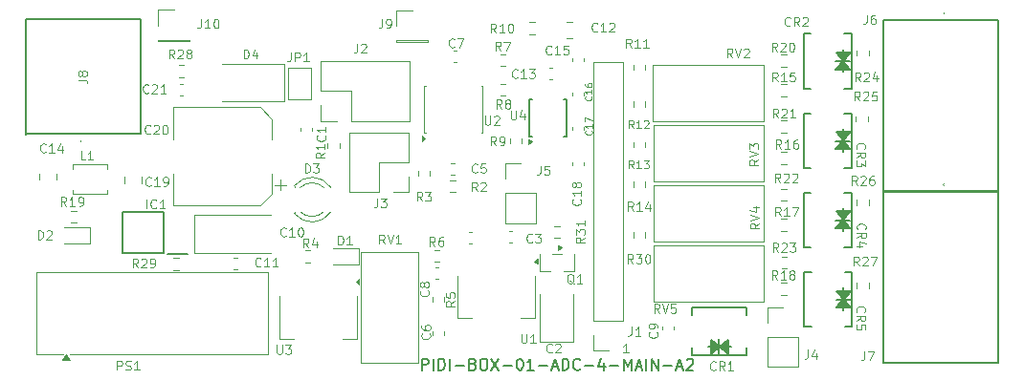
<source format=gbr>
%TF.GenerationSoftware,KiCad,Pcbnew,9.0.6*%
%TF.CreationDate,2025-12-12T12:45:13+00:00*%
%TF.ProjectId,PIDI-BOX-01-ADC-4-MAIN-A2,50494449-2d42-44f5-982d-30312d414443,rev?*%
%TF.SameCoordinates,Original*%
%TF.FileFunction,Legend,Top*%
%TF.FilePolarity,Positive*%
%FSLAX46Y46*%
G04 Gerber Fmt 4.6, Leading zero omitted, Abs format (unit mm)*
G04 Created by KiCad (PCBNEW 9.0.6) date 2025-12-12 12:45:13*
%MOMM*%
%LPD*%
G01*
G04 APERTURE LIST*
%ADD10C,0.100000*%
%ADD11C,0.150000*%
%ADD12C,0.120000*%
%ADD13C,0.200000*%
%ADD14C,0.152400*%
G04 APERTURE END LIST*
D10*
X160288912Y-86764895D02*
X159831769Y-86764895D01*
X160060341Y-86764895D02*
X160060341Y-85964895D01*
X160060341Y-85964895D02*
X159984150Y-86079180D01*
X159984150Y-86079180D02*
X159907960Y-86155371D01*
X159907960Y-86155371D02*
X159831769Y-86193466D01*
D11*
X142017979Y-88312619D02*
X142017979Y-87312619D01*
X142017979Y-87312619D02*
X142398931Y-87312619D01*
X142398931Y-87312619D02*
X142494169Y-87360238D01*
X142494169Y-87360238D02*
X142541788Y-87407857D01*
X142541788Y-87407857D02*
X142589407Y-87503095D01*
X142589407Y-87503095D02*
X142589407Y-87645952D01*
X142589407Y-87645952D02*
X142541788Y-87741190D01*
X142541788Y-87741190D02*
X142494169Y-87788809D01*
X142494169Y-87788809D02*
X142398931Y-87836428D01*
X142398931Y-87836428D02*
X142017979Y-87836428D01*
X143017979Y-88312619D02*
X143017979Y-87312619D01*
X143494169Y-88312619D02*
X143494169Y-87312619D01*
X143494169Y-87312619D02*
X143732264Y-87312619D01*
X143732264Y-87312619D02*
X143875121Y-87360238D01*
X143875121Y-87360238D02*
X143970359Y-87455476D01*
X143970359Y-87455476D02*
X144017978Y-87550714D01*
X144017978Y-87550714D02*
X144065597Y-87741190D01*
X144065597Y-87741190D02*
X144065597Y-87884047D01*
X144065597Y-87884047D02*
X144017978Y-88074523D01*
X144017978Y-88074523D02*
X143970359Y-88169761D01*
X143970359Y-88169761D02*
X143875121Y-88265000D01*
X143875121Y-88265000D02*
X143732264Y-88312619D01*
X143732264Y-88312619D02*
X143494169Y-88312619D01*
X144494169Y-88312619D02*
X144494169Y-87312619D01*
X144970359Y-87931666D02*
X145732264Y-87931666D01*
X146541787Y-87788809D02*
X146684644Y-87836428D01*
X146684644Y-87836428D02*
X146732263Y-87884047D01*
X146732263Y-87884047D02*
X146779882Y-87979285D01*
X146779882Y-87979285D02*
X146779882Y-88122142D01*
X146779882Y-88122142D02*
X146732263Y-88217380D01*
X146732263Y-88217380D02*
X146684644Y-88265000D01*
X146684644Y-88265000D02*
X146589406Y-88312619D01*
X146589406Y-88312619D02*
X146208454Y-88312619D01*
X146208454Y-88312619D02*
X146208454Y-87312619D01*
X146208454Y-87312619D02*
X146541787Y-87312619D01*
X146541787Y-87312619D02*
X146637025Y-87360238D01*
X146637025Y-87360238D02*
X146684644Y-87407857D01*
X146684644Y-87407857D02*
X146732263Y-87503095D01*
X146732263Y-87503095D02*
X146732263Y-87598333D01*
X146732263Y-87598333D02*
X146684644Y-87693571D01*
X146684644Y-87693571D02*
X146637025Y-87741190D01*
X146637025Y-87741190D02*
X146541787Y-87788809D01*
X146541787Y-87788809D02*
X146208454Y-87788809D01*
X147398930Y-87312619D02*
X147589406Y-87312619D01*
X147589406Y-87312619D02*
X147684644Y-87360238D01*
X147684644Y-87360238D02*
X147779882Y-87455476D01*
X147779882Y-87455476D02*
X147827501Y-87645952D01*
X147827501Y-87645952D02*
X147827501Y-87979285D01*
X147827501Y-87979285D02*
X147779882Y-88169761D01*
X147779882Y-88169761D02*
X147684644Y-88265000D01*
X147684644Y-88265000D02*
X147589406Y-88312619D01*
X147589406Y-88312619D02*
X147398930Y-88312619D01*
X147398930Y-88312619D02*
X147303692Y-88265000D01*
X147303692Y-88265000D02*
X147208454Y-88169761D01*
X147208454Y-88169761D02*
X147160835Y-87979285D01*
X147160835Y-87979285D02*
X147160835Y-87645952D01*
X147160835Y-87645952D02*
X147208454Y-87455476D01*
X147208454Y-87455476D02*
X147303692Y-87360238D01*
X147303692Y-87360238D02*
X147398930Y-87312619D01*
X148160835Y-87312619D02*
X148827501Y-88312619D01*
X148827501Y-87312619D02*
X148160835Y-88312619D01*
X149208454Y-87931666D02*
X149970359Y-87931666D01*
X150637025Y-87312619D02*
X150732263Y-87312619D01*
X150732263Y-87312619D02*
X150827501Y-87360238D01*
X150827501Y-87360238D02*
X150875120Y-87407857D01*
X150875120Y-87407857D02*
X150922739Y-87503095D01*
X150922739Y-87503095D02*
X150970358Y-87693571D01*
X150970358Y-87693571D02*
X150970358Y-87931666D01*
X150970358Y-87931666D02*
X150922739Y-88122142D01*
X150922739Y-88122142D02*
X150875120Y-88217380D01*
X150875120Y-88217380D02*
X150827501Y-88265000D01*
X150827501Y-88265000D02*
X150732263Y-88312619D01*
X150732263Y-88312619D02*
X150637025Y-88312619D01*
X150637025Y-88312619D02*
X150541787Y-88265000D01*
X150541787Y-88265000D02*
X150494168Y-88217380D01*
X150494168Y-88217380D02*
X150446549Y-88122142D01*
X150446549Y-88122142D02*
X150398930Y-87931666D01*
X150398930Y-87931666D02*
X150398930Y-87693571D01*
X150398930Y-87693571D02*
X150446549Y-87503095D01*
X150446549Y-87503095D02*
X150494168Y-87407857D01*
X150494168Y-87407857D02*
X150541787Y-87360238D01*
X150541787Y-87360238D02*
X150637025Y-87312619D01*
X151922739Y-88312619D02*
X151351311Y-88312619D01*
X151637025Y-88312619D02*
X151637025Y-87312619D01*
X151637025Y-87312619D02*
X151541787Y-87455476D01*
X151541787Y-87455476D02*
X151446549Y-87550714D01*
X151446549Y-87550714D02*
X151351311Y-87598333D01*
X152351311Y-87931666D02*
X153113216Y-87931666D01*
X153541787Y-88026904D02*
X154017977Y-88026904D01*
X153446549Y-88312619D02*
X153779882Y-87312619D01*
X153779882Y-87312619D02*
X154113215Y-88312619D01*
X154446549Y-88312619D02*
X154446549Y-87312619D01*
X154446549Y-87312619D02*
X154684644Y-87312619D01*
X154684644Y-87312619D02*
X154827501Y-87360238D01*
X154827501Y-87360238D02*
X154922739Y-87455476D01*
X154922739Y-87455476D02*
X154970358Y-87550714D01*
X154970358Y-87550714D02*
X155017977Y-87741190D01*
X155017977Y-87741190D02*
X155017977Y-87884047D01*
X155017977Y-87884047D02*
X154970358Y-88074523D01*
X154970358Y-88074523D02*
X154922739Y-88169761D01*
X154922739Y-88169761D02*
X154827501Y-88265000D01*
X154827501Y-88265000D02*
X154684644Y-88312619D01*
X154684644Y-88312619D02*
X154446549Y-88312619D01*
X156017977Y-88217380D02*
X155970358Y-88265000D01*
X155970358Y-88265000D02*
X155827501Y-88312619D01*
X155827501Y-88312619D02*
X155732263Y-88312619D01*
X155732263Y-88312619D02*
X155589406Y-88265000D01*
X155589406Y-88265000D02*
X155494168Y-88169761D01*
X155494168Y-88169761D02*
X155446549Y-88074523D01*
X155446549Y-88074523D02*
X155398930Y-87884047D01*
X155398930Y-87884047D02*
X155398930Y-87741190D01*
X155398930Y-87741190D02*
X155446549Y-87550714D01*
X155446549Y-87550714D02*
X155494168Y-87455476D01*
X155494168Y-87455476D02*
X155589406Y-87360238D01*
X155589406Y-87360238D02*
X155732263Y-87312619D01*
X155732263Y-87312619D02*
X155827501Y-87312619D01*
X155827501Y-87312619D02*
X155970358Y-87360238D01*
X155970358Y-87360238D02*
X156017977Y-87407857D01*
X156446549Y-87931666D02*
X157208454Y-87931666D01*
X158113215Y-87645952D02*
X158113215Y-88312619D01*
X157875120Y-87265000D02*
X157637025Y-87979285D01*
X157637025Y-87979285D02*
X158256072Y-87979285D01*
X158637025Y-87931666D02*
X159398930Y-87931666D01*
X159875120Y-88312619D02*
X159875120Y-87312619D01*
X159875120Y-87312619D02*
X160208453Y-88026904D01*
X160208453Y-88026904D02*
X160541786Y-87312619D01*
X160541786Y-87312619D02*
X160541786Y-88312619D01*
X160970358Y-88026904D02*
X161446548Y-88026904D01*
X160875120Y-88312619D02*
X161208453Y-87312619D01*
X161208453Y-87312619D02*
X161541786Y-88312619D01*
X161875120Y-88312619D02*
X161875120Y-87312619D01*
X162351310Y-88312619D02*
X162351310Y-87312619D01*
X162351310Y-87312619D02*
X162922738Y-88312619D01*
X162922738Y-88312619D02*
X162922738Y-87312619D01*
X163398929Y-87931666D02*
X164160834Y-87931666D01*
X164589405Y-88026904D02*
X165065595Y-88026904D01*
X164494167Y-88312619D02*
X164827500Y-87312619D01*
X164827500Y-87312619D02*
X165160833Y-88312619D01*
X165446548Y-87407857D02*
X165494167Y-87360238D01*
X165494167Y-87360238D02*
X165589405Y-87312619D01*
X165589405Y-87312619D02*
X165827500Y-87312619D01*
X165827500Y-87312619D02*
X165922738Y-87360238D01*
X165922738Y-87360238D02*
X165970357Y-87407857D01*
X165970357Y-87407857D02*
X166017976Y-87503095D01*
X166017976Y-87503095D02*
X166017976Y-87598333D01*
X166017976Y-87598333D02*
X165970357Y-87741190D01*
X165970357Y-87741190D02*
X165398929Y-88312619D01*
X165398929Y-88312619D02*
X166017976Y-88312619D01*
D10*
X156422495Y-76561885D02*
X156041542Y-76828552D01*
X156422495Y-77019028D02*
X155622495Y-77019028D01*
X155622495Y-77019028D02*
X155622495Y-76714266D01*
X155622495Y-76714266D02*
X155660590Y-76638076D01*
X155660590Y-76638076D02*
X155698685Y-76599981D01*
X155698685Y-76599981D02*
X155774876Y-76561885D01*
X155774876Y-76561885D02*
X155889161Y-76561885D01*
X155889161Y-76561885D02*
X155965352Y-76599981D01*
X155965352Y-76599981D02*
X156003447Y-76638076D01*
X156003447Y-76638076D02*
X156041542Y-76714266D01*
X156041542Y-76714266D02*
X156041542Y-77019028D01*
X155622495Y-76295219D02*
X155622495Y-75799981D01*
X155622495Y-75799981D02*
X155927257Y-76066647D01*
X155927257Y-76066647D02*
X155927257Y-75952362D01*
X155927257Y-75952362D02*
X155965352Y-75876171D01*
X155965352Y-75876171D02*
X156003447Y-75838076D01*
X156003447Y-75838076D02*
X156079638Y-75799981D01*
X156079638Y-75799981D02*
X156270114Y-75799981D01*
X156270114Y-75799981D02*
X156346304Y-75838076D01*
X156346304Y-75838076D02*
X156384400Y-75876171D01*
X156384400Y-75876171D02*
X156422495Y-75952362D01*
X156422495Y-75952362D02*
X156422495Y-76180933D01*
X156422495Y-76180933D02*
X156384400Y-76257124D01*
X156384400Y-76257124D02*
X156346304Y-76295219D01*
X156422495Y-75038076D02*
X156422495Y-75495219D01*
X156422495Y-75266647D02*
X155622495Y-75266647D01*
X155622495Y-75266647D02*
X155736780Y-75342838D01*
X155736780Y-75342838D02*
X155812971Y-75419028D01*
X155812971Y-75419028D02*
X155851066Y-75495219D01*
X173435714Y-60064895D02*
X173169047Y-59683942D01*
X172978571Y-60064895D02*
X172978571Y-59264895D01*
X172978571Y-59264895D02*
X173283333Y-59264895D01*
X173283333Y-59264895D02*
X173359523Y-59302990D01*
X173359523Y-59302990D02*
X173397618Y-59341085D01*
X173397618Y-59341085D02*
X173435714Y-59417276D01*
X173435714Y-59417276D02*
X173435714Y-59531561D01*
X173435714Y-59531561D02*
X173397618Y-59607752D01*
X173397618Y-59607752D02*
X173359523Y-59645847D01*
X173359523Y-59645847D02*
X173283333Y-59683942D01*
X173283333Y-59683942D02*
X172978571Y-59683942D01*
X173740475Y-59341085D02*
X173778571Y-59302990D01*
X173778571Y-59302990D02*
X173854761Y-59264895D01*
X173854761Y-59264895D02*
X174045237Y-59264895D01*
X174045237Y-59264895D02*
X174121428Y-59302990D01*
X174121428Y-59302990D02*
X174159523Y-59341085D01*
X174159523Y-59341085D02*
X174197618Y-59417276D01*
X174197618Y-59417276D02*
X174197618Y-59493466D01*
X174197618Y-59493466D02*
X174159523Y-59607752D01*
X174159523Y-59607752D02*
X173702380Y-60064895D01*
X173702380Y-60064895D02*
X174197618Y-60064895D01*
X174692857Y-59264895D02*
X174769047Y-59264895D01*
X174769047Y-59264895D02*
X174845238Y-59302990D01*
X174845238Y-59302990D02*
X174883333Y-59341085D01*
X174883333Y-59341085D02*
X174921428Y-59417276D01*
X174921428Y-59417276D02*
X174959523Y-59569657D01*
X174959523Y-59569657D02*
X174959523Y-59760133D01*
X174959523Y-59760133D02*
X174921428Y-59912514D01*
X174921428Y-59912514D02*
X174883333Y-59988704D01*
X174883333Y-59988704D02*
X174845238Y-60026800D01*
X174845238Y-60026800D02*
X174769047Y-60064895D01*
X174769047Y-60064895D02*
X174692857Y-60064895D01*
X174692857Y-60064895D02*
X174616666Y-60026800D01*
X174616666Y-60026800D02*
X174578571Y-59988704D01*
X174578571Y-59988704D02*
X174540476Y-59912514D01*
X174540476Y-59912514D02*
X174502380Y-59760133D01*
X174502380Y-59760133D02*
X174502380Y-59569657D01*
X174502380Y-59569657D02*
X174540476Y-59417276D01*
X174540476Y-59417276D02*
X174578571Y-59341085D01*
X174578571Y-59341085D02*
X174616666Y-59302990D01*
X174616666Y-59302990D02*
X174692857Y-59264895D01*
X117684648Y-73974095D02*
X117684648Y-73174095D01*
X118522743Y-73897904D02*
X118484647Y-73936000D01*
X118484647Y-73936000D02*
X118370362Y-73974095D01*
X118370362Y-73974095D02*
X118294171Y-73974095D01*
X118294171Y-73974095D02*
X118179885Y-73936000D01*
X118179885Y-73936000D02*
X118103695Y-73859809D01*
X118103695Y-73859809D02*
X118065600Y-73783619D01*
X118065600Y-73783619D02*
X118027504Y-73631238D01*
X118027504Y-73631238D02*
X118027504Y-73516952D01*
X118027504Y-73516952D02*
X118065600Y-73364571D01*
X118065600Y-73364571D02*
X118103695Y-73288380D01*
X118103695Y-73288380D02*
X118179885Y-73212190D01*
X118179885Y-73212190D02*
X118294171Y-73174095D01*
X118294171Y-73174095D02*
X118370362Y-73174095D01*
X118370362Y-73174095D02*
X118484647Y-73212190D01*
X118484647Y-73212190D02*
X118522743Y-73250285D01*
X119284647Y-73974095D02*
X118827504Y-73974095D01*
X119056076Y-73974095D02*
X119056076Y-73174095D01*
X119056076Y-73174095D02*
X118979885Y-73288380D01*
X118979885Y-73288380D02*
X118903695Y-73364571D01*
X118903695Y-73364571D02*
X118827504Y-73402666D01*
X130424733Y-60155295D02*
X130424733Y-60726723D01*
X130424733Y-60726723D02*
X130386638Y-60841009D01*
X130386638Y-60841009D02*
X130310447Y-60917200D01*
X130310447Y-60917200D02*
X130196162Y-60955295D01*
X130196162Y-60955295D02*
X130119971Y-60955295D01*
X130805686Y-60955295D02*
X130805686Y-60155295D01*
X130805686Y-60155295D02*
X131110448Y-60155295D01*
X131110448Y-60155295D02*
X131186638Y-60193390D01*
X131186638Y-60193390D02*
X131224733Y-60231485D01*
X131224733Y-60231485D02*
X131262829Y-60307676D01*
X131262829Y-60307676D02*
X131262829Y-60421961D01*
X131262829Y-60421961D02*
X131224733Y-60498152D01*
X131224733Y-60498152D02*
X131186638Y-60536247D01*
X131186638Y-60536247D02*
X131110448Y-60574342D01*
X131110448Y-60574342D02*
X130805686Y-60574342D01*
X132024733Y-60955295D02*
X131567590Y-60955295D01*
X131796162Y-60955295D02*
X131796162Y-60155295D01*
X131796162Y-60155295D02*
X131719971Y-60269580D01*
X131719971Y-60269580D02*
X131643781Y-60345771D01*
X131643781Y-60345771D02*
X131567590Y-60383866D01*
X153460514Y-60258104D02*
X153422418Y-60296200D01*
X153422418Y-60296200D02*
X153308133Y-60334295D01*
X153308133Y-60334295D02*
X153231942Y-60334295D01*
X153231942Y-60334295D02*
X153117656Y-60296200D01*
X153117656Y-60296200D02*
X153041466Y-60220009D01*
X153041466Y-60220009D02*
X153003371Y-60143819D01*
X153003371Y-60143819D02*
X152965275Y-59991438D01*
X152965275Y-59991438D02*
X152965275Y-59877152D01*
X152965275Y-59877152D02*
X153003371Y-59724771D01*
X153003371Y-59724771D02*
X153041466Y-59648580D01*
X153041466Y-59648580D02*
X153117656Y-59572390D01*
X153117656Y-59572390D02*
X153231942Y-59534295D01*
X153231942Y-59534295D02*
X153308133Y-59534295D01*
X153308133Y-59534295D02*
X153422418Y-59572390D01*
X153422418Y-59572390D02*
X153460514Y-59610485D01*
X154222418Y-60334295D02*
X153765275Y-60334295D01*
X153993847Y-60334295D02*
X153993847Y-59534295D01*
X153993847Y-59534295D02*
X153917656Y-59648580D01*
X153917656Y-59648580D02*
X153841466Y-59724771D01*
X153841466Y-59724771D02*
X153765275Y-59762866D01*
X154946228Y-59534295D02*
X154565276Y-59534295D01*
X154565276Y-59534295D02*
X154527180Y-59915247D01*
X154527180Y-59915247D02*
X154565276Y-59877152D01*
X154565276Y-59877152D02*
X154641466Y-59839057D01*
X154641466Y-59839057D02*
X154831942Y-59839057D01*
X154831942Y-59839057D02*
X154908133Y-59877152D01*
X154908133Y-59877152D02*
X154946228Y-59915247D01*
X154946228Y-59915247D02*
X154984323Y-59991438D01*
X154984323Y-59991438D02*
X154984323Y-60181914D01*
X154984323Y-60181914D02*
X154946228Y-60258104D01*
X154946228Y-60258104D02*
X154908133Y-60296200D01*
X154908133Y-60296200D02*
X154831942Y-60334295D01*
X154831942Y-60334295D02*
X154641466Y-60334295D01*
X154641466Y-60334295D02*
X154565276Y-60296200D01*
X154565276Y-60296200D02*
X154527180Y-60258104D01*
X151784067Y-76920504D02*
X151745971Y-76958600D01*
X151745971Y-76958600D02*
X151631686Y-76996695D01*
X151631686Y-76996695D02*
X151555495Y-76996695D01*
X151555495Y-76996695D02*
X151441209Y-76958600D01*
X151441209Y-76958600D02*
X151365019Y-76882409D01*
X151365019Y-76882409D02*
X151326924Y-76806219D01*
X151326924Y-76806219D02*
X151288828Y-76653838D01*
X151288828Y-76653838D02*
X151288828Y-76539552D01*
X151288828Y-76539552D02*
X151326924Y-76387171D01*
X151326924Y-76387171D02*
X151365019Y-76310980D01*
X151365019Y-76310980D02*
X151441209Y-76234790D01*
X151441209Y-76234790D02*
X151555495Y-76196695D01*
X151555495Y-76196695D02*
X151631686Y-76196695D01*
X151631686Y-76196695D02*
X151745971Y-76234790D01*
X151745971Y-76234790D02*
X151784067Y-76272885D01*
X152050733Y-76196695D02*
X152545971Y-76196695D01*
X152545971Y-76196695D02*
X152279305Y-76501457D01*
X152279305Y-76501457D02*
X152393590Y-76501457D01*
X152393590Y-76501457D02*
X152469781Y-76539552D01*
X152469781Y-76539552D02*
X152507876Y-76577647D01*
X152507876Y-76577647D02*
X152545971Y-76653838D01*
X152545971Y-76653838D02*
X152545971Y-76844314D01*
X152545971Y-76844314D02*
X152507876Y-76920504D01*
X152507876Y-76920504D02*
X152469781Y-76958600D01*
X152469781Y-76958600D02*
X152393590Y-76996695D01*
X152393590Y-76996695D02*
X152165019Y-76996695D01*
X152165019Y-76996695D02*
X152088828Y-76958600D01*
X152088828Y-76958600D02*
X152050733Y-76920504D01*
X142579504Y-81260932D02*
X142617600Y-81299028D01*
X142617600Y-81299028D02*
X142655695Y-81413313D01*
X142655695Y-81413313D02*
X142655695Y-81489504D01*
X142655695Y-81489504D02*
X142617600Y-81603790D01*
X142617600Y-81603790D02*
X142541409Y-81679980D01*
X142541409Y-81679980D02*
X142465219Y-81718075D01*
X142465219Y-81718075D02*
X142312838Y-81756171D01*
X142312838Y-81756171D02*
X142198552Y-81756171D01*
X142198552Y-81756171D02*
X142046171Y-81718075D01*
X142046171Y-81718075D02*
X141969980Y-81679980D01*
X141969980Y-81679980D02*
X141893790Y-81603790D01*
X141893790Y-81603790D02*
X141855695Y-81489504D01*
X141855695Y-81489504D02*
X141855695Y-81413313D01*
X141855695Y-81413313D02*
X141893790Y-81299028D01*
X141893790Y-81299028D02*
X141931885Y-81260932D01*
X142198552Y-80803790D02*
X142160457Y-80879980D01*
X142160457Y-80879980D02*
X142122361Y-80918075D01*
X142122361Y-80918075D02*
X142046171Y-80956171D01*
X142046171Y-80956171D02*
X142008076Y-80956171D01*
X142008076Y-80956171D02*
X141931885Y-80918075D01*
X141931885Y-80918075D02*
X141893790Y-80879980D01*
X141893790Y-80879980D02*
X141855695Y-80803790D01*
X141855695Y-80803790D02*
X141855695Y-80651409D01*
X141855695Y-80651409D02*
X141893790Y-80575218D01*
X141893790Y-80575218D02*
X141931885Y-80537123D01*
X141931885Y-80537123D02*
X142008076Y-80499028D01*
X142008076Y-80499028D02*
X142046171Y-80499028D01*
X142046171Y-80499028D02*
X142122361Y-80537123D01*
X142122361Y-80537123D02*
X142160457Y-80575218D01*
X142160457Y-80575218D02*
X142198552Y-80651409D01*
X142198552Y-80651409D02*
X142198552Y-80803790D01*
X142198552Y-80803790D02*
X142236647Y-80879980D01*
X142236647Y-80879980D02*
X142274742Y-80918075D01*
X142274742Y-80918075D02*
X142350933Y-80956171D01*
X142350933Y-80956171D02*
X142503314Y-80956171D01*
X142503314Y-80956171D02*
X142579504Y-80918075D01*
X142579504Y-80918075D02*
X142617600Y-80879980D01*
X142617600Y-80879980D02*
X142655695Y-80803790D01*
X142655695Y-80803790D02*
X142655695Y-80651409D01*
X142655695Y-80651409D02*
X142617600Y-80575218D01*
X142617600Y-80575218D02*
X142579504Y-80537123D01*
X142579504Y-80537123D02*
X142503314Y-80499028D01*
X142503314Y-80499028D02*
X142350933Y-80499028D01*
X142350933Y-80499028D02*
X142274742Y-80537123D01*
X142274742Y-80537123D02*
X142236647Y-80575218D01*
X142236647Y-80575218D02*
X142198552Y-80651409D01*
X173735714Y-71664895D02*
X173469047Y-71283942D01*
X173278571Y-71664895D02*
X173278571Y-70864895D01*
X173278571Y-70864895D02*
X173583333Y-70864895D01*
X173583333Y-70864895D02*
X173659523Y-70902990D01*
X173659523Y-70902990D02*
X173697618Y-70941085D01*
X173697618Y-70941085D02*
X173735714Y-71017276D01*
X173735714Y-71017276D02*
X173735714Y-71131561D01*
X173735714Y-71131561D02*
X173697618Y-71207752D01*
X173697618Y-71207752D02*
X173659523Y-71245847D01*
X173659523Y-71245847D02*
X173583333Y-71283942D01*
X173583333Y-71283942D02*
X173278571Y-71283942D01*
X174040475Y-70941085D02*
X174078571Y-70902990D01*
X174078571Y-70902990D02*
X174154761Y-70864895D01*
X174154761Y-70864895D02*
X174345237Y-70864895D01*
X174345237Y-70864895D02*
X174421428Y-70902990D01*
X174421428Y-70902990D02*
X174459523Y-70941085D01*
X174459523Y-70941085D02*
X174497618Y-71017276D01*
X174497618Y-71017276D02*
X174497618Y-71093466D01*
X174497618Y-71093466D02*
X174459523Y-71207752D01*
X174459523Y-71207752D02*
X174002380Y-71664895D01*
X174002380Y-71664895D02*
X174497618Y-71664895D01*
X174802380Y-70941085D02*
X174840476Y-70902990D01*
X174840476Y-70902990D02*
X174916666Y-70864895D01*
X174916666Y-70864895D02*
X175107142Y-70864895D01*
X175107142Y-70864895D02*
X175183333Y-70902990D01*
X175183333Y-70902990D02*
X175221428Y-70941085D01*
X175221428Y-70941085D02*
X175259523Y-71017276D01*
X175259523Y-71017276D02*
X175259523Y-71093466D01*
X175259523Y-71093466D02*
X175221428Y-71207752D01*
X175221428Y-71207752D02*
X174764285Y-71664895D01*
X174764285Y-71664895D02*
X175259523Y-71664895D01*
X142055867Y-73313695D02*
X141789200Y-72932742D01*
X141598724Y-73313695D02*
X141598724Y-72513695D01*
X141598724Y-72513695D02*
X141903486Y-72513695D01*
X141903486Y-72513695D02*
X141979676Y-72551790D01*
X141979676Y-72551790D02*
X142017771Y-72589885D01*
X142017771Y-72589885D02*
X142055867Y-72666076D01*
X142055867Y-72666076D02*
X142055867Y-72780361D01*
X142055867Y-72780361D02*
X142017771Y-72856552D01*
X142017771Y-72856552D02*
X141979676Y-72894647D01*
X141979676Y-72894647D02*
X141903486Y-72932742D01*
X141903486Y-72932742D02*
X141598724Y-72932742D01*
X142322533Y-72513695D02*
X142817771Y-72513695D01*
X142817771Y-72513695D02*
X142551105Y-72818457D01*
X142551105Y-72818457D02*
X142665390Y-72818457D01*
X142665390Y-72818457D02*
X142741581Y-72856552D01*
X142741581Y-72856552D02*
X142779676Y-72894647D01*
X142779676Y-72894647D02*
X142817771Y-72970838D01*
X142817771Y-72970838D02*
X142817771Y-73161314D01*
X142817771Y-73161314D02*
X142779676Y-73237504D01*
X142779676Y-73237504D02*
X142741581Y-73275600D01*
X142741581Y-73275600D02*
X142665390Y-73313695D01*
X142665390Y-73313695D02*
X142436819Y-73313695D01*
X142436819Y-73313695D02*
X142360628Y-73275600D01*
X142360628Y-73275600D02*
X142322533Y-73237504D01*
X155473409Y-80679685D02*
X155397219Y-80641590D01*
X155397219Y-80641590D02*
X155321028Y-80565400D01*
X155321028Y-80565400D02*
X155206742Y-80451114D01*
X155206742Y-80451114D02*
X155130552Y-80413019D01*
X155130552Y-80413019D02*
X155054361Y-80413019D01*
X155092457Y-80603495D02*
X155016266Y-80565400D01*
X155016266Y-80565400D02*
X154940076Y-80489209D01*
X154940076Y-80489209D02*
X154901980Y-80336828D01*
X154901980Y-80336828D02*
X154901980Y-80070161D01*
X154901980Y-80070161D02*
X154940076Y-79917780D01*
X154940076Y-79917780D02*
X155016266Y-79841590D01*
X155016266Y-79841590D02*
X155092457Y-79803495D01*
X155092457Y-79803495D02*
X155244838Y-79803495D01*
X155244838Y-79803495D02*
X155321028Y-79841590D01*
X155321028Y-79841590D02*
X155397219Y-79917780D01*
X155397219Y-79917780D02*
X155435314Y-80070161D01*
X155435314Y-80070161D02*
X155435314Y-80336828D01*
X155435314Y-80336828D02*
X155397219Y-80489209D01*
X155397219Y-80489209D02*
X155321028Y-80565400D01*
X155321028Y-80565400D02*
X155244838Y-80603495D01*
X155244838Y-80603495D02*
X155092457Y-80603495D01*
X156197218Y-80603495D02*
X155740075Y-80603495D01*
X155968647Y-80603495D02*
X155968647Y-79803495D01*
X155968647Y-79803495D02*
X155892456Y-79917780D01*
X155892456Y-79917780D02*
X155816266Y-79993971D01*
X155816266Y-79993971D02*
X155740075Y-80032066D01*
X180511295Y-68666667D02*
X180473200Y-68628571D01*
X180473200Y-68628571D02*
X180435104Y-68514286D01*
X180435104Y-68514286D02*
X180435104Y-68438095D01*
X180435104Y-68438095D02*
X180473200Y-68323809D01*
X180473200Y-68323809D02*
X180549390Y-68247619D01*
X180549390Y-68247619D02*
X180625580Y-68209524D01*
X180625580Y-68209524D02*
X180777961Y-68171428D01*
X180777961Y-68171428D02*
X180892247Y-68171428D01*
X180892247Y-68171428D02*
X181044628Y-68209524D01*
X181044628Y-68209524D02*
X181120819Y-68247619D01*
X181120819Y-68247619D02*
X181197009Y-68323809D01*
X181197009Y-68323809D02*
X181235104Y-68438095D01*
X181235104Y-68438095D02*
X181235104Y-68514286D01*
X181235104Y-68514286D02*
X181197009Y-68628571D01*
X181197009Y-68628571D02*
X181158914Y-68666667D01*
X180435104Y-69466667D02*
X180816057Y-69200000D01*
X180435104Y-69009524D02*
X181235104Y-69009524D01*
X181235104Y-69009524D02*
X181235104Y-69314286D01*
X181235104Y-69314286D02*
X181197009Y-69390476D01*
X181197009Y-69390476D02*
X181158914Y-69428571D01*
X181158914Y-69428571D02*
X181082723Y-69466667D01*
X181082723Y-69466667D02*
X180968438Y-69466667D01*
X180968438Y-69466667D02*
X180892247Y-69428571D01*
X180892247Y-69428571D02*
X180854152Y-69390476D01*
X180854152Y-69390476D02*
X180816057Y-69314286D01*
X180816057Y-69314286D02*
X180816057Y-69009524D01*
X181235104Y-69733333D02*
X181235104Y-70228571D01*
X181235104Y-70228571D02*
X180930342Y-69961905D01*
X180930342Y-69961905D02*
X180930342Y-70076190D01*
X180930342Y-70076190D02*
X180892247Y-70152381D01*
X180892247Y-70152381D02*
X180854152Y-70190476D01*
X180854152Y-70190476D02*
X180777961Y-70228571D01*
X180777961Y-70228571D02*
X180587485Y-70228571D01*
X180587485Y-70228571D02*
X180511295Y-70190476D01*
X180511295Y-70190476D02*
X180473200Y-70152381D01*
X180473200Y-70152381D02*
X180435104Y-70076190D01*
X180435104Y-70076190D02*
X180435104Y-69847619D01*
X180435104Y-69847619D02*
X180473200Y-69771428D01*
X180473200Y-69771428D02*
X180511295Y-69733333D01*
X117835714Y-63688704D02*
X117797618Y-63726800D01*
X117797618Y-63726800D02*
X117683333Y-63764895D01*
X117683333Y-63764895D02*
X117607142Y-63764895D01*
X117607142Y-63764895D02*
X117492856Y-63726800D01*
X117492856Y-63726800D02*
X117416666Y-63650609D01*
X117416666Y-63650609D02*
X117378571Y-63574419D01*
X117378571Y-63574419D02*
X117340475Y-63422038D01*
X117340475Y-63422038D02*
X117340475Y-63307752D01*
X117340475Y-63307752D02*
X117378571Y-63155371D01*
X117378571Y-63155371D02*
X117416666Y-63079180D01*
X117416666Y-63079180D02*
X117492856Y-63002990D01*
X117492856Y-63002990D02*
X117607142Y-62964895D01*
X117607142Y-62964895D02*
X117683333Y-62964895D01*
X117683333Y-62964895D02*
X117797618Y-63002990D01*
X117797618Y-63002990D02*
X117835714Y-63041085D01*
X118140475Y-63041085D02*
X118178571Y-63002990D01*
X118178571Y-63002990D02*
X118254761Y-62964895D01*
X118254761Y-62964895D02*
X118445237Y-62964895D01*
X118445237Y-62964895D02*
X118521428Y-63002990D01*
X118521428Y-63002990D02*
X118559523Y-63041085D01*
X118559523Y-63041085D02*
X118597618Y-63117276D01*
X118597618Y-63117276D02*
X118597618Y-63193466D01*
X118597618Y-63193466D02*
X118559523Y-63307752D01*
X118559523Y-63307752D02*
X118102380Y-63764895D01*
X118102380Y-63764895D02*
X118597618Y-63764895D01*
X119359523Y-63764895D02*
X118902380Y-63764895D01*
X119130952Y-63764895D02*
X119130952Y-62964895D01*
X119130952Y-62964895D02*
X119054761Y-63079180D01*
X119054761Y-63079180D02*
X118978571Y-63155371D01*
X118978571Y-63155371D02*
X118902380Y-63193466D01*
X149885476Y-65300095D02*
X149885476Y-65947714D01*
X149885476Y-65947714D02*
X149923571Y-66023904D01*
X149923571Y-66023904D02*
X149961666Y-66062000D01*
X149961666Y-66062000D02*
X150037857Y-66100095D01*
X150037857Y-66100095D02*
X150190238Y-66100095D01*
X150190238Y-66100095D02*
X150266428Y-66062000D01*
X150266428Y-66062000D02*
X150304523Y-66023904D01*
X150304523Y-66023904D02*
X150342619Y-65947714D01*
X150342619Y-65947714D02*
X150342619Y-65300095D01*
X151066428Y-65566761D02*
X151066428Y-66100095D01*
X150875952Y-65262000D02*
X150685475Y-65833428D01*
X150685475Y-65833428D02*
X151180714Y-65833428D01*
X131684524Y-70814895D02*
X131684524Y-70014895D01*
X131684524Y-70014895D02*
X131875000Y-70014895D01*
X131875000Y-70014895D02*
X131989286Y-70052990D01*
X131989286Y-70052990D02*
X132065476Y-70129180D01*
X132065476Y-70129180D02*
X132103571Y-70205371D01*
X132103571Y-70205371D02*
X132141667Y-70357752D01*
X132141667Y-70357752D02*
X132141667Y-70472038D01*
X132141667Y-70472038D02*
X132103571Y-70624419D01*
X132103571Y-70624419D02*
X132065476Y-70700609D01*
X132065476Y-70700609D02*
X131989286Y-70776800D01*
X131989286Y-70776800D02*
X131875000Y-70814895D01*
X131875000Y-70814895D02*
X131684524Y-70814895D01*
X132408333Y-70014895D02*
X132903571Y-70014895D01*
X132903571Y-70014895D02*
X132636905Y-70319657D01*
X132636905Y-70319657D02*
X132751190Y-70319657D01*
X132751190Y-70319657D02*
X132827381Y-70357752D01*
X132827381Y-70357752D02*
X132865476Y-70395847D01*
X132865476Y-70395847D02*
X132903571Y-70472038D01*
X132903571Y-70472038D02*
X132903571Y-70662514D01*
X132903571Y-70662514D02*
X132865476Y-70738704D01*
X132865476Y-70738704D02*
X132827381Y-70776800D01*
X132827381Y-70776800D02*
X132751190Y-70814895D01*
X132751190Y-70814895D02*
X132522619Y-70814895D01*
X132522619Y-70814895D02*
X132446428Y-70776800D01*
X132446428Y-70776800D02*
X132408333Y-70738704D01*
X148990067Y-59978695D02*
X148723400Y-59597742D01*
X148532924Y-59978695D02*
X148532924Y-59178695D01*
X148532924Y-59178695D02*
X148837686Y-59178695D01*
X148837686Y-59178695D02*
X148913876Y-59216790D01*
X148913876Y-59216790D02*
X148951971Y-59254885D01*
X148951971Y-59254885D02*
X148990067Y-59331076D01*
X148990067Y-59331076D02*
X148990067Y-59445361D01*
X148990067Y-59445361D02*
X148951971Y-59521552D01*
X148951971Y-59521552D02*
X148913876Y-59559647D01*
X148913876Y-59559647D02*
X148837686Y-59597742D01*
X148837686Y-59597742D02*
X148532924Y-59597742D01*
X149256733Y-59178695D02*
X149790067Y-59178695D01*
X149790067Y-59178695D02*
X149447209Y-59978695D01*
X144941695Y-82175332D02*
X144560742Y-82441999D01*
X144941695Y-82632475D02*
X144141695Y-82632475D01*
X144141695Y-82632475D02*
X144141695Y-82327713D01*
X144141695Y-82327713D02*
X144179790Y-82251523D01*
X144179790Y-82251523D02*
X144217885Y-82213428D01*
X144217885Y-82213428D02*
X144294076Y-82175332D01*
X144294076Y-82175332D02*
X144408361Y-82175332D01*
X144408361Y-82175332D02*
X144484552Y-82213428D01*
X144484552Y-82213428D02*
X144522647Y-82251523D01*
X144522647Y-82251523D02*
X144560742Y-82327713D01*
X144560742Y-82327713D02*
X144560742Y-82632475D01*
X144141695Y-81451523D02*
X144141695Y-81832475D01*
X144141695Y-81832475D02*
X144522647Y-81870571D01*
X144522647Y-81870571D02*
X144484552Y-81832475D01*
X144484552Y-81832475D02*
X144446457Y-81756285D01*
X144446457Y-81756285D02*
X144446457Y-81565809D01*
X144446457Y-81565809D02*
X144484552Y-81489618D01*
X144484552Y-81489618D02*
X144522647Y-81451523D01*
X144522647Y-81451523D02*
X144598838Y-81413428D01*
X144598838Y-81413428D02*
X144789314Y-81413428D01*
X144789314Y-81413428D02*
X144865504Y-81451523D01*
X144865504Y-81451523D02*
X144903600Y-81489618D01*
X144903600Y-81489618D02*
X144941695Y-81565809D01*
X144941695Y-81565809D02*
X144941695Y-81756285D01*
X144941695Y-81756285D02*
X144903600Y-81832475D01*
X144903600Y-81832475D02*
X144865504Y-81870571D01*
X122477380Y-57189895D02*
X122477380Y-57761323D01*
X122477380Y-57761323D02*
X122439285Y-57875609D01*
X122439285Y-57875609D02*
X122363094Y-57951800D01*
X122363094Y-57951800D02*
X122248809Y-57989895D01*
X122248809Y-57989895D02*
X122172618Y-57989895D01*
X123277380Y-57989895D02*
X122820237Y-57989895D01*
X123048809Y-57989895D02*
X123048809Y-57189895D01*
X123048809Y-57189895D02*
X122972618Y-57304180D01*
X122972618Y-57304180D02*
X122896428Y-57380371D01*
X122896428Y-57380371D02*
X122820237Y-57418466D01*
X123772619Y-57189895D02*
X123848809Y-57189895D01*
X123848809Y-57189895D02*
X123925000Y-57227990D01*
X123925000Y-57227990D02*
X123963095Y-57266085D01*
X123963095Y-57266085D02*
X124001190Y-57342276D01*
X124001190Y-57342276D02*
X124039285Y-57494657D01*
X124039285Y-57494657D02*
X124039285Y-57685133D01*
X124039285Y-57685133D02*
X124001190Y-57837514D01*
X124001190Y-57837514D02*
X123963095Y-57913704D01*
X123963095Y-57913704D02*
X123925000Y-57951800D01*
X123925000Y-57951800D02*
X123848809Y-57989895D01*
X123848809Y-57989895D02*
X123772619Y-57989895D01*
X123772619Y-57989895D02*
X123696428Y-57951800D01*
X123696428Y-57951800D02*
X123658333Y-57913704D01*
X123658333Y-57913704D02*
X123620238Y-57837514D01*
X123620238Y-57837514D02*
X123582142Y-57685133D01*
X123582142Y-57685133D02*
X123582142Y-57494657D01*
X123582142Y-57494657D02*
X123620238Y-57342276D01*
X123620238Y-57342276D02*
X123658333Y-57266085D01*
X123658333Y-57266085D02*
X123696428Y-57227990D01*
X123696428Y-57227990D02*
X123772619Y-57189895D01*
X160558533Y-84490495D02*
X160558533Y-85061923D01*
X160558533Y-85061923D02*
X160520438Y-85176209D01*
X160520438Y-85176209D02*
X160444247Y-85252400D01*
X160444247Y-85252400D02*
X160329962Y-85290495D01*
X160329962Y-85290495D02*
X160253771Y-85290495D01*
X161358533Y-85290495D02*
X160901390Y-85290495D01*
X161129962Y-85290495D02*
X161129962Y-84490495D01*
X161129962Y-84490495D02*
X161053771Y-84604780D01*
X161053771Y-84604780D02*
X160977581Y-84680971D01*
X160977581Y-84680971D02*
X160901390Y-84719066D01*
X180561295Y-75816667D02*
X180523200Y-75778571D01*
X180523200Y-75778571D02*
X180485104Y-75664286D01*
X180485104Y-75664286D02*
X180485104Y-75588095D01*
X180485104Y-75588095D02*
X180523200Y-75473809D01*
X180523200Y-75473809D02*
X180599390Y-75397619D01*
X180599390Y-75397619D02*
X180675580Y-75359524D01*
X180675580Y-75359524D02*
X180827961Y-75321428D01*
X180827961Y-75321428D02*
X180942247Y-75321428D01*
X180942247Y-75321428D02*
X181094628Y-75359524D01*
X181094628Y-75359524D02*
X181170819Y-75397619D01*
X181170819Y-75397619D02*
X181247009Y-75473809D01*
X181247009Y-75473809D02*
X181285104Y-75588095D01*
X181285104Y-75588095D02*
X181285104Y-75664286D01*
X181285104Y-75664286D02*
X181247009Y-75778571D01*
X181247009Y-75778571D02*
X181208914Y-75816667D01*
X180485104Y-76616667D02*
X180866057Y-76350000D01*
X180485104Y-76159524D02*
X181285104Y-76159524D01*
X181285104Y-76159524D02*
X181285104Y-76464286D01*
X181285104Y-76464286D02*
X181247009Y-76540476D01*
X181247009Y-76540476D02*
X181208914Y-76578571D01*
X181208914Y-76578571D02*
X181132723Y-76616667D01*
X181132723Y-76616667D02*
X181018438Y-76616667D01*
X181018438Y-76616667D02*
X180942247Y-76578571D01*
X180942247Y-76578571D02*
X180904152Y-76540476D01*
X180904152Y-76540476D02*
X180866057Y-76464286D01*
X180866057Y-76464286D02*
X180866057Y-76159524D01*
X181018438Y-77302381D02*
X180485104Y-77302381D01*
X181323200Y-77111905D02*
X180751771Y-76921428D01*
X180751771Y-76921428D02*
X180751771Y-77416667D01*
X142681104Y-85070932D02*
X142719200Y-85109028D01*
X142719200Y-85109028D02*
X142757295Y-85223313D01*
X142757295Y-85223313D02*
X142757295Y-85299504D01*
X142757295Y-85299504D02*
X142719200Y-85413790D01*
X142719200Y-85413790D02*
X142643009Y-85489980D01*
X142643009Y-85489980D02*
X142566819Y-85528075D01*
X142566819Y-85528075D02*
X142414438Y-85566171D01*
X142414438Y-85566171D02*
X142300152Y-85566171D01*
X142300152Y-85566171D02*
X142147771Y-85528075D01*
X142147771Y-85528075D02*
X142071580Y-85489980D01*
X142071580Y-85489980D02*
X141995390Y-85413790D01*
X141995390Y-85413790D02*
X141957295Y-85299504D01*
X141957295Y-85299504D02*
X141957295Y-85223313D01*
X141957295Y-85223313D02*
X141995390Y-85109028D01*
X141995390Y-85109028D02*
X142033485Y-85070932D01*
X141957295Y-84385218D02*
X141957295Y-84537599D01*
X141957295Y-84537599D02*
X141995390Y-84613790D01*
X141995390Y-84613790D02*
X142033485Y-84651885D01*
X142033485Y-84651885D02*
X142147771Y-84728075D01*
X142147771Y-84728075D02*
X142300152Y-84766171D01*
X142300152Y-84766171D02*
X142604914Y-84766171D01*
X142604914Y-84766171D02*
X142681104Y-84728075D01*
X142681104Y-84728075D02*
X142719200Y-84689980D01*
X142719200Y-84689980D02*
X142757295Y-84613790D01*
X142757295Y-84613790D02*
X142757295Y-84461409D01*
X142757295Y-84461409D02*
X142719200Y-84385218D01*
X142719200Y-84385218D02*
X142681104Y-84347123D01*
X142681104Y-84347123D02*
X142604914Y-84309028D01*
X142604914Y-84309028D02*
X142414438Y-84309028D01*
X142414438Y-84309028D02*
X142338247Y-84347123D01*
X142338247Y-84347123D02*
X142300152Y-84385218D01*
X142300152Y-84385218D02*
X142262057Y-84461409D01*
X142262057Y-84461409D02*
X142262057Y-84613790D01*
X142262057Y-84613790D02*
X142300152Y-84689980D01*
X142300152Y-84689980D02*
X142338247Y-84728075D01*
X142338247Y-84728075D02*
X142414438Y-84766171D01*
X160547114Y-59724695D02*
X160280447Y-59343742D01*
X160089971Y-59724695D02*
X160089971Y-58924695D01*
X160089971Y-58924695D02*
X160394733Y-58924695D01*
X160394733Y-58924695D02*
X160470923Y-58962790D01*
X160470923Y-58962790D02*
X160509018Y-59000885D01*
X160509018Y-59000885D02*
X160547114Y-59077076D01*
X160547114Y-59077076D02*
X160547114Y-59191361D01*
X160547114Y-59191361D02*
X160509018Y-59267552D01*
X160509018Y-59267552D02*
X160470923Y-59305647D01*
X160470923Y-59305647D02*
X160394733Y-59343742D01*
X160394733Y-59343742D02*
X160089971Y-59343742D01*
X161309018Y-59724695D02*
X160851875Y-59724695D01*
X161080447Y-59724695D02*
X161080447Y-58924695D01*
X161080447Y-58924695D02*
X161004256Y-59038980D01*
X161004256Y-59038980D02*
X160928066Y-59115171D01*
X160928066Y-59115171D02*
X160851875Y-59153266D01*
X162070923Y-59724695D02*
X161613780Y-59724695D01*
X161842352Y-59724695D02*
X161842352Y-58924695D01*
X161842352Y-58924695D02*
X161766161Y-59038980D01*
X161766161Y-59038980D02*
X161689971Y-59115171D01*
X161689971Y-59115171D02*
X161613780Y-59153266D01*
X110535714Y-73764895D02*
X110269047Y-73383942D01*
X110078571Y-73764895D02*
X110078571Y-72964895D01*
X110078571Y-72964895D02*
X110383333Y-72964895D01*
X110383333Y-72964895D02*
X110459523Y-73002990D01*
X110459523Y-73002990D02*
X110497618Y-73041085D01*
X110497618Y-73041085D02*
X110535714Y-73117276D01*
X110535714Y-73117276D02*
X110535714Y-73231561D01*
X110535714Y-73231561D02*
X110497618Y-73307752D01*
X110497618Y-73307752D02*
X110459523Y-73345847D01*
X110459523Y-73345847D02*
X110383333Y-73383942D01*
X110383333Y-73383942D02*
X110078571Y-73383942D01*
X111297618Y-73764895D02*
X110840475Y-73764895D01*
X111069047Y-73764895D02*
X111069047Y-72964895D01*
X111069047Y-72964895D02*
X110992856Y-73079180D01*
X110992856Y-73079180D02*
X110916666Y-73155371D01*
X110916666Y-73155371D02*
X110840475Y-73193466D01*
X111678571Y-73764895D02*
X111830952Y-73764895D01*
X111830952Y-73764895D02*
X111907142Y-73726800D01*
X111907142Y-73726800D02*
X111945238Y-73688704D01*
X111945238Y-73688704D02*
X112021428Y-73574419D01*
X112021428Y-73574419D02*
X112059523Y-73422038D01*
X112059523Y-73422038D02*
X112059523Y-73117276D01*
X112059523Y-73117276D02*
X112021428Y-73041085D01*
X112021428Y-73041085D02*
X111983333Y-73002990D01*
X111983333Y-73002990D02*
X111907142Y-72964895D01*
X111907142Y-72964895D02*
X111754761Y-72964895D01*
X111754761Y-72964895D02*
X111678571Y-73002990D01*
X111678571Y-73002990D02*
X111640476Y-73041085D01*
X111640476Y-73041085D02*
X111602380Y-73117276D01*
X111602380Y-73117276D02*
X111602380Y-73307752D01*
X111602380Y-73307752D02*
X111640476Y-73383942D01*
X111640476Y-73383942D02*
X111678571Y-73422038D01*
X111678571Y-73422038D02*
X111754761Y-73460133D01*
X111754761Y-73460133D02*
X111907142Y-73460133D01*
X111907142Y-73460133D02*
X111983333Y-73422038D01*
X111983333Y-73422038D02*
X112021428Y-73383942D01*
X112021428Y-73383942D02*
X112059523Y-73307752D01*
X150463314Y-62340904D02*
X150425218Y-62379000D01*
X150425218Y-62379000D02*
X150310933Y-62417095D01*
X150310933Y-62417095D02*
X150234742Y-62417095D01*
X150234742Y-62417095D02*
X150120456Y-62379000D01*
X150120456Y-62379000D02*
X150044266Y-62302809D01*
X150044266Y-62302809D02*
X150006171Y-62226619D01*
X150006171Y-62226619D02*
X149968075Y-62074238D01*
X149968075Y-62074238D02*
X149968075Y-61959952D01*
X149968075Y-61959952D02*
X150006171Y-61807571D01*
X150006171Y-61807571D02*
X150044266Y-61731380D01*
X150044266Y-61731380D02*
X150120456Y-61655190D01*
X150120456Y-61655190D02*
X150234742Y-61617095D01*
X150234742Y-61617095D02*
X150310933Y-61617095D01*
X150310933Y-61617095D02*
X150425218Y-61655190D01*
X150425218Y-61655190D02*
X150463314Y-61693285D01*
X151225218Y-62417095D02*
X150768075Y-62417095D01*
X150996647Y-62417095D02*
X150996647Y-61617095D01*
X150996647Y-61617095D02*
X150920456Y-61731380D01*
X150920456Y-61731380D02*
X150844266Y-61807571D01*
X150844266Y-61807571D02*
X150768075Y-61845666D01*
X151491885Y-61617095D02*
X151987123Y-61617095D01*
X151987123Y-61617095D02*
X151720457Y-61921857D01*
X151720457Y-61921857D02*
X151834742Y-61921857D01*
X151834742Y-61921857D02*
X151910933Y-61959952D01*
X151910933Y-61959952D02*
X151949028Y-61998047D01*
X151949028Y-61998047D02*
X151987123Y-62074238D01*
X151987123Y-62074238D02*
X151987123Y-62264714D01*
X151987123Y-62264714D02*
X151949028Y-62340904D01*
X151949028Y-62340904D02*
X151910933Y-62379000D01*
X151910933Y-62379000D02*
X151834742Y-62417095D01*
X151834742Y-62417095D02*
X151606171Y-62417095D01*
X151606171Y-62417095D02*
X151529980Y-62379000D01*
X151529980Y-62379000D02*
X151491885Y-62340904D01*
X156984028Y-64012714D02*
X157012600Y-64041286D01*
X157012600Y-64041286D02*
X157041171Y-64127000D01*
X157041171Y-64127000D02*
X157041171Y-64184143D01*
X157041171Y-64184143D02*
X157012600Y-64269857D01*
X157012600Y-64269857D02*
X156955457Y-64327000D01*
X156955457Y-64327000D02*
X156898314Y-64355571D01*
X156898314Y-64355571D02*
X156784028Y-64384143D01*
X156784028Y-64384143D02*
X156698314Y-64384143D01*
X156698314Y-64384143D02*
X156584028Y-64355571D01*
X156584028Y-64355571D02*
X156526885Y-64327000D01*
X156526885Y-64327000D02*
X156469742Y-64269857D01*
X156469742Y-64269857D02*
X156441171Y-64184143D01*
X156441171Y-64184143D02*
X156441171Y-64127000D01*
X156441171Y-64127000D02*
X156469742Y-64041286D01*
X156469742Y-64041286D02*
X156498314Y-64012714D01*
X157041171Y-63441286D02*
X157041171Y-63784143D01*
X157041171Y-63612714D02*
X156441171Y-63612714D01*
X156441171Y-63612714D02*
X156526885Y-63669857D01*
X156526885Y-63669857D02*
X156584028Y-63727000D01*
X156584028Y-63727000D02*
X156612600Y-63784143D01*
X156441171Y-62927000D02*
X156441171Y-63041285D01*
X156441171Y-63041285D02*
X156469742Y-63098428D01*
X156469742Y-63098428D02*
X156498314Y-63127000D01*
X156498314Y-63127000D02*
X156584028Y-63184142D01*
X156584028Y-63184142D02*
X156698314Y-63212714D01*
X156698314Y-63212714D02*
X156926885Y-63212714D01*
X156926885Y-63212714D02*
X156984028Y-63184142D01*
X156984028Y-63184142D02*
X157012600Y-63155571D01*
X157012600Y-63155571D02*
X157041171Y-63098428D01*
X157041171Y-63098428D02*
X157041171Y-62984142D01*
X157041171Y-62984142D02*
X157012600Y-62927000D01*
X157012600Y-62927000D02*
X156984028Y-62898428D01*
X156984028Y-62898428D02*
X156926885Y-62869857D01*
X156926885Y-62869857D02*
X156784028Y-62869857D01*
X156784028Y-62869857D02*
X156726885Y-62898428D01*
X156726885Y-62898428D02*
X156698314Y-62927000D01*
X156698314Y-62927000D02*
X156669742Y-62984142D01*
X156669742Y-62984142D02*
X156669742Y-63098428D01*
X156669742Y-63098428D02*
X156698314Y-63155571D01*
X156698314Y-63155571D02*
X156726885Y-63184142D01*
X156726885Y-63184142D02*
X156784028Y-63212714D01*
X160738399Y-70422633D02*
X160505066Y-70089300D01*
X160338399Y-70422633D02*
X160338399Y-69722633D01*
X160338399Y-69722633D02*
X160605066Y-69722633D01*
X160605066Y-69722633D02*
X160671733Y-69755966D01*
X160671733Y-69755966D02*
X160705066Y-69789300D01*
X160705066Y-69789300D02*
X160738399Y-69855966D01*
X160738399Y-69855966D02*
X160738399Y-69955966D01*
X160738399Y-69955966D02*
X160705066Y-70022633D01*
X160705066Y-70022633D02*
X160671733Y-70055966D01*
X160671733Y-70055966D02*
X160605066Y-70089300D01*
X160605066Y-70089300D02*
X160338399Y-70089300D01*
X161405066Y-70422633D02*
X161005066Y-70422633D01*
X161205066Y-70422633D02*
X161205066Y-69722633D01*
X161205066Y-69722633D02*
X161138399Y-69822633D01*
X161138399Y-69822633D02*
X161071733Y-69889300D01*
X161071733Y-69889300D02*
X161005066Y-69922633D01*
X161638400Y-69722633D02*
X162071733Y-69722633D01*
X162071733Y-69722633D02*
X161838400Y-69989300D01*
X161838400Y-69989300D02*
X161938400Y-69989300D01*
X161938400Y-69989300D02*
X162005066Y-70022633D01*
X162005066Y-70022633D02*
X162038400Y-70055966D01*
X162038400Y-70055966D02*
X162071733Y-70122633D01*
X162071733Y-70122633D02*
X162071733Y-70289300D01*
X162071733Y-70289300D02*
X162038400Y-70355966D01*
X162038400Y-70355966D02*
X162005066Y-70389300D01*
X162005066Y-70389300D02*
X161938400Y-70422633D01*
X161938400Y-70422633D02*
X161738400Y-70422633D01*
X161738400Y-70422633D02*
X161671733Y-70389300D01*
X161671733Y-70389300D02*
X161638400Y-70355966D01*
X181383333Y-56814895D02*
X181383333Y-57386323D01*
X181383333Y-57386323D02*
X181345238Y-57500609D01*
X181345238Y-57500609D02*
X181269047Y-57576800D01*
X181269047Y-57576800D02*
X181154762Y-57614895D01*
X181154762Y-57614895D02*
X181078571Y-57614895D01*
X182107143Y-56814895D02*
X181954762Y-56814895D01*
X181954762Y-56814895D02*
X181878571Y-56852990D01*
X181878571Y-56852990D02*
X181840476Y-56891085D01*
X181840476Y-56891085D02*
X181764286Y-57005371D01*
X181764286Y-57005371D02*
X181726190Y-57157752D01*
X181726190Y-57157752D02*
X181726190Y-57462514D01*
X181726190Y-57462514D02*
X181764286Y-57538704D01*
X181764286Y-57538704D02*
X181802381Y-57576800D01*
X181802381Y-57576800D02*
X181878571Y-57614895D01*
X181878571Y-57614895D02*
X182030952Y-57614895D01*
X182030952Y-57614895D02*
X182107143Y-57576800D01*
X182107143Y-57576800D02*
X182145238Y-57538704D01*
X182145238Y-57538704D02*
X182183333Y-57462514D01*
X182183333Y-57462514D02*
X182183333Y-57272038D01*
X182183333Y-57272038D02*
X182145238Y-57195847D01*
X182145238Y-57195847D02*
X182107143Y-57157752D01*
X182107143Y-57157752D02*
X182030952Y-57119657D01*
X182030952Y-57119657D02*
X181878571Y-57119657D01*
X181878571Y-57119657D02*
X181802381Y-57157752D01*
X181802381Y-57157752D02*
X181764286Y-57195847D01*
X181764286Y-57195847D02*
X181726190Y-57272038D01*
X173485714Y-62714895D02*
X173219047Y-62333942D01*
X173028571Y-62714895D02*
X173028571Y-61914895D01*
X173028571Y-61914895D02*
X173333333Y-61914895D01*
X173333333Y-61914895D02*
X173409523Y-61952990D01*
X173409523Y-61952990D02*
X173447618Y-61991085D01*
X173447618Y-61991085D02*
X173485714Y-62067276D01*
X173485714Y-62067276D02*
X173485714Y-62181561D01*
X173485714Y-62181561D02*
X173447618Y-62257752D01*
X173447618Y-62257752D02*
X173409523Y-62295847D01*
X173409523Y-62295847D02*
X173333333Y-62333942D01*
X173333333Y-62333942D02*
X173028571Y-62333942D01*
X174247618Y-62714895D02*
X173790475Y-62714895D01*
X174019047Y-62714895D02*
X174019047Y-61914895D01*
X174019047Y-61914895D02*
X173942856Y-62029180D01*
X173942856Y-62029180D02*
X173866666Y-62105371D01*
X173866666Y-62105371D02*
X173790475Y-62143466D01*
X174971428Y-61914895D02*
X174590476Y-61914895D01*
X174590476Y-61914895D02*
X174552380Y-62295847D01*
X174552380Y-62295847D02*
X174590476Y-62257752D01*
X174590476Y-62257752D02*
X174666666Y-62219657D01*
X174666666Y-62219657D02*
X174857142Y-62219657D01*
X174857142Y-62219657D02*
X174933333Y-62257752D01*
X174933333Y-62257752D02*
X174971428Y-62295847D01*
X174971428Y-62295847D02*
X175009523Y-62372038D01*
X175009523Y-62372038D02*
X175009523Y-62562514D01*
X175009523Y-62562514D02*
X174971428Y-62638704D01*
X174971428Y-62638704D02*
X174933333Y-62676800D01*
X174933333Y-62676800D02*
X174857142Y-62714895D01*
X174857142Y-62714895D02*
X174666666Y-62714895D01*
X174666666Y-62714895D02*
X174590476Y-62676800D01*
X174590476Y-62676800D02*
X174552380Y-62638704D01*
X180689314Y-79054095D02*
X180422647Y-78673142D01*
X180232171Y-79054095D02*
X180232171Y-78254095D01*
X180232171Y-78254095D02*
X180536933Y-78254095D01*
X180536933Y-78254095D02*
X180613123Y-78292190D01*
X180613123Y-78292190D02*
X180651218Y-78330285D01*
X180651218Y-78330285D02*
X180689314Y-78406476D01*
X180689314Y-78406476D02*
X180689314Y-78520761D01*
X180689314Y-78520761D02*
X180651218Y-78596952D01*
X180651218Y-78596952D02*
X180613123Y-78635047D01*
X180613123Y-78635047D02*
X180536933Y-78673142D01*
X180536933Y-78673142D02*
X180232171Y-78673142D01*
X180994075Y-78330285D02*
X181032171Y-78292190D01*
X181032171Y-78292190D02*
X181108361Y-78254095D01*
X181108361Y-78254095D02*
X181298837Y-78254095D01*
X181298837Y-78254095D02*
X181375028Y-78292190D01*
X181375028Y-78292190D02*
X181413123Y-78330285D01*
X181413123Y-78330285D02*
X181451218Y-78406476D01*
X181451218Y-78406476D02*
X181451218Y-78482666D01*
X181451218Y-78482666D02*
X181413123Y-78596952D01*
X181413123Y-78596952D02*
X180955980Y-79054095D01*
X180955980Y-79054095D02*
X181451218Y-79054095D01*
X181717885Y-78254095D02*
X182251219Y-78254095D01*
X182251219Y-78254095D02*
X181908361Y-79054095D01*
X162813704Y-84958332D02*
X162851800Y-84996428D01*
X162851800Y-84996428D02*
X162889895Y-85110713D01*
X162889895Y-85110713D02*
X162889895Y-85186904D01*
X162889895Y-85186904D02*
X162851800Y-85301190D01*
X162851800Y-85301190D02*
X162775609Y-85377380D01*
X162775609Y-85377380D02*
X162699419Y-85415475D01*
X162699419Y-85415475D02*
X162547038Y-85453571D01*
X162547038Y-85453571D02*
X162432752Y-85453571D01*
X162432752Y-85453571D02*
X162280371Y-85415475D01*
X162280371Y-85415475D02*
X162204180Y-85377380D01*
X162204180Y-85377380D02*
X162127990Y-85301190D01*
X162127990Y-85301190D02*
X162089895Y-85186904D01*
X162089895Y-85186904D02*
X162089895Y-85110713D01*
X162089895Y-85110713D02*
X162127990Y-84996428D01*
X162127990Y-84996428D02*
X162166085Y-84958332D01*
X162889895Y-84577380D02*
X162889895Y-84424999D01*
X162889895Y-84424999D02*
X162851800Y-84348809D01*
X162851800Y-84348809D02*
X162813704Y-84310713D01*
X162813704Y-84310713D02*
X162699419Y-84234523D01*
X162699419Y-84234523D02*
X162547038Y-84196428D01*
X162547038Y-84196428D02*
X162242276Y-84196428D01*
X162242276Y-84196428D02*
X162166085Y-84234523D01*
X162166085Y-84234523D02*
X162127990Y-84272618D01*
X162127990Y-84272618D02*
X162089895Y-84348809D01*
X162089895Y-84348809D02*
X162089895Y-84501190D01*
X162089895Y-84501190D02*
X162127990Y-84577380D01*
X162127990Y-84577380D02*
X162166085Y-84615475D01*
X162166085Y-84615475D02*
X162242276Y-84653571D01*
X162242276Y-84653571D02*
X162432752Y-84653571D01*
X162432752Y-84653571D02*
X162508942Y-84615475D01*
X162508942Y-84615475D02*
X162547038Y-84577380D01*
X162547038Y-84577380D02*
X162585133Y-84501190D01*
X162585133Y-84501190D02*
X162585133Y-84348809D01*
X162585133Y-84348809D02*
X162547038Y-84272618D01*
X162547038Y-84272618D02*
X162508942Y-84234523D01*
X162508942Y-84234523D02*
X162432752Y-84196428D01*
X174616667Y-57738704D02*
X174578571Y-57776800D01*
X174578571Y-57776800D02*
X174464286Y-57814895D01*
X174464286Y-57814895D02*
X174388095Y-57814895D01*
X174388095Y-57814895D02*
X174273809Y-57776800D01*
X174273809Y-57776800D02*
X174197619Y-57700609D01*
X174197619Y-57700609D02*
X174159524Y-57624419D01*
X174159524Y-57624419D02*
X174121428Y-57472038D01*
X174121428Y-57472038D02*
X174121428Y-57357752D01*
X174121428Y-57357752D02*
X174159524Y-57205371D01*
X174159524Y-57205371D02*
X174197619Y-57129180D01*
X174197619Y-57129180D02*
X174273809Y-57052990D01*
X174273809Y-57052990D02*
X174388095Y-57014895D01*
X174388095Y-57014895D02*
X174464286Y-57014895D01*
X174464286Y-57014895D02*
X174578571Y-57052990D01*
X174578571Y-57052990D02*
X174616667Y-57091085D01*
X175416667Y-57814895D02*
X175150000Y-57433942D01*
X174959524Y-57814895D02*
X174959524Y-57014895D01*
X174959524Y-57014895D02*
X175264286Y-57014895D01*
X175264286Y-57014895D02*
X175340476Y-57052990D01*
X175340476Y-57052990D02*
X175378571Y-57091085D01*
X175378571Y-57091085D02*
X175416667Y-57167276D01*
X175416667Y-57167276D02*
X175416667Y-57281561D01*
X175416667Y-57281561D02*
X175378571Y-57357752D01*
X175378571Y-57357752D02*
X175340476Y-57395847D01*
X175340476Y-57395847D02*
X175264286Y-57433942D01*
X175264286Y-57433942D02*
X174959524Y-57433942D01*
X175721428Y-57091085D02*
X175759524Y-57052990D01*
X175759524Y-57052990D02*
X175835714Y-57014895D01*
X175835714Y-57014895D02*
X176026190Y-57014895D01*
X176026190Y-57014895D02*
X176102381Y-57052990D01*
X176102381Y-57052990D02*
X176140476Y-57091085D01*
X176140476Y-57091085D02*
X176178571Y-57167276D01*
X176178571Y-57167276D02*
X176178571Y-57243466D01*
X176178571Y-57243466D02*
X176140476Y-57357752D01*
X176140476Y-57357752D02*
X175683333Y-57814895D01*
X175683333Y-57814895D02*
X176178571Y-57814895D01*
X146916667Y-70738704D02*
X146878571Y-70776800D01*
X146878571Y-70776800D02*
X146764286Y-70814895D01*
X146764286Y-70814895D02*
X146688095Y-70814895D01*
X146688095Y-70814895D02*
X146573809Y-70776800D01*
X146573809Y-70776800D02*
X146497619Y-70700609D01*
X146497619Y-70700609D02*
X146459524Y-70624419D01*
X146459524Y-70624419D02*
X146421428Y-70472038D01*
X146421428Y-70472038D02*
X146421428Y-70357752D01*
X146421428Y-70357752D02*
X146459524Y-70205371D01*
X146459524Y-70205371D02*
X146497619Y-70129180D01*
X146497619Y-70129180D02*
X146573809Y-70052990D01*
X146573809Y-70052990D02*
X146688095Y-70014895D01*
X146688095Y-70014895D02*
X146764286Y-70014895D01*
X146764286Y-70014895D02*
X146878571Y-70052990D01*
X146878571Y-70052990D02*
X146916667Y-70091085D01*
X147640476Y-70014895D02*
X147259524Y-70014895D01*
X147259524Y-70014895D02*
X147221428Y-70395847D01*
X147221428Y-70395847D02*
X147259524Y-70357752D01*
X147259524Y-70357752D02*
X147335714Y-70319657D01*
X147335714Y-70319657D02*
X147526190Y-70319657D01*
X147526190Y-70319657D02*
X147602381Y-70357752D01*
X147602381Y-70357752D02*
X147640476Y-70395847D01*
X147640476Y-70395847D02*
X147678571Y-70472038D01*
X147678571Y-70472038D02*
X147678571Y-70662514D01*
X147678571Y-70662514D02*
X147640476Y-70738704D01*
X147640476Y-70738704D02*
X147602381Y-70776800D01*
X147602381Y-70776800D02*
X147526190Y-70814895D01*
X147526190Y-70814895D02*
X147335714Y-70814895D01*
X147335714Y-70814895D02*
X147259524Y-70776800D01*
X147259524Y-70776800D02*
X147221428Y-70738704D01*
X126242924Y-60701095D02*
X126242924Y-59901095D01*
X126242924Y-59901095D02*
X126433400Y-59901095D01*
X126433400Y-59901095D02*
X126547686Y-59939190D01*
X126547686Y-59939190D02*
X126623876Y-60015380D01*
X126623876Y-60015380D02*
X126661971Y-60091571D01*
X126661971Y-60091571D02*
X126700067Y-60243952D01*
X126700067Y-60243952D02*
X126700067Y-60358238D01*
X126700067Y-60358238D02*
X126661971Y-60510619D01*
X126661971Y-60510619D02*
X126623876Y-60586809D01*
X126623876Y-60586809D02*
X126547686Y-60663000D01*
X126547686Y-60663000D02*
X126433400Y-60701095D01*
X126433400Y-60701095D02*
X126242924Y-60701095D01*
X127385781Y-60167761D02*
X127385781Y-60701095D01*
X127195305Y-59863000D02*
X127004828Y-60434428D01*
X127004828Y-60434428D02*
X127500067Y-60434428D01*
X153536667Y-86699504D02*
X153498571Y-86737600D01*
X153498571Y-86737600D02*
X153384286Y-86775695D01*
X153384286Y-86775695D02*
X153308095Y-86775695D01*
X153308095Y-86775695D02*
X153193809Y-86737600D01*
X153193809Y-86737600D02*
X153117619Y-86661409D01*
X153117619Y-86661409D02*
X153079524Y-86585219D01*
X153079524Y-86585219D02*
X153041428Y-86432838D01*
X153041428Y-86432838D02*
X153041428Y-86318552D01*
X153041428Y-86318552D02*
X153079524Y-86166171D01*
X153079524Y-86166171D02*
X153117619Y-86089980D01*
X153117619Y-86089980D02*
X153193809Y-86013790D01*
X153193809Y-86013790D02*
X153308095Y-85975695D01*
X153308095Y-85975695D02*
X153384286Y-85975695D01*
X153384286Y-85975695D02*
X153498571Y-86013790D01*
X153498571Y-86013790D02*
X153536667Y-86051885D01*
X153841428Y-86051885D02*
X153879524Y-86013790D01*
X153879524Y-86013790D02*
X153955714Y-85975695D01*
X153955714Y-85975695D02*
X154146190Y-85975695D01*
X154146190Y-85975695D02*
X154222381Y-86013790D01*
X154222381Y-86013790D02*
X154260476Y-86051885D01*
X154260476Y-86051885D02*
X154298571Y-86128076D01*
X154298571Y-86128076D02*
X154298571Y-86204266D01*
X154298571Y-86204266D02*
X154260476Y-86318552D01*
X154260476Y-86318552D02*
X153803333Y-86775695D01*
X153803333Y-86775695D02*
X154298571Y-86775695D01*
X181183333Y-86614895D02*
X181183333Y-87186323D01*
X181183333Y-87186323D02*
X181145238Y-87300609D01*
X181145238Y-87300609D02*
X181069047Y-87376800D01*
X181069047Y-87376800D02*
X180954762Y-87414895D01*
X180954762Y-87414895D02*
X180878571Y-87414895D01*
X181488095Y-86614895D02*
X182021429Y-86614895D01*
X182021429Y-86614895D02*
X181678571Y-87414895D01*
X129184476Y-86077295D02*
X129184476Y-86724914D01*
X129184476Y-86724914D02*
X129222571Y-86801104D01*
X129222571Y-86801104D02*
X129260666Y-86839200D01*
X129260666Y-86839200D02*
X129336857Y-86877295D01*
X129336857Y-86877295D02*
X129489238Y-86877295D01*
X129489238Y-86877295D02*
X129565428Y-86839200D01*
X129565428Y-86839200D02*
X129603523Y-86801104D01*
X129603523Y-86801104D02*
X129641619Y-86724914D01*
X129641619Y-86724914D02*
X129641619Y-86077295D01*
X129946380Y-86077295D02*
X130441618Y-86077295D01*
X130441618Y-86077295D02*
X130174952Y-86382057D01*
X130174952Y-86382057D02*
X130289237Y-86382057D01*
X130289237Y-86382057D02*
X130365428Y-86420152D01*
X130365428Y-86420152D02*
X130403523Y-86458247D01*
X130403523Y-86458247D02*
X130441618Y-86534438D01*
X130441618Y-86534438D02*
X130441618Y-86724914D01*
X130441618Y-86724914D02*
X130403523Y-86801104D01*
X130403523Y-86801104D02*
X130365428Y-86839200D01*
X130365428Y-86839200D02*
X130289237Y-86877295D01*
X130289237Y-86877295D02*
X130060666Y-86877295D01*
X130060666Y-86877295D02*
X129984475Y-86839200D01*
X129984475Y-86839200D02*
X129946380Y-86801104D01*
X147599476Y-65757295D02*
X147599476Y-66404914D01*
X147599476Y-66404914D02*
X147637571Y-66481104D01*
X147637571Y-66481104D02*
X147675666Y-66519200D01*
X147675666Y-66519200D02*
X147751857Y-66557295D01*
X147751857Y-66557295D02*
X147904238Y-66557295D01*
X147904238Y-66557295D02*
X147980428Y-66519200D01*
X147980428Y-66519200D02*
X148018523Y-66481104D01*
X148018523Y-66481104D02*
X148056619Y-66404914D01*
X148056619Y-66404914D02*
X148056619Y-65757295D01*
X148399475Y-65833485D02*
X148437571Y-65795390D01*
X148437571Y-65795390D02*
X148513761Y-65757295D01*
X148513761Y-65757295D02*
X148704237Y-65757295D01*
X148704237Y-65757295D02*
X148780428Y-65795390D01*
X148780428Y-65795390D02*
X148818523Y-65833485D01*
X148818523Y-65833485D02*
X148856618Y-65909676D01*
X148856618Y-65909676D02*
X148856618Y-65985866D01*
X148856618Y-65985866D02*
X148818523Y-66100152D01*
X148818523Y-66100152D02*
X148361380Y-66557295D01*
X148361380Y-66557295D02*
X148856618Y-66557295D01*
X173810714Y-68689895D02*
X173544047Y-68308942D01*
X173353571Y-68689895D02*
X173353571Y-67889895D01*
X173353571Y-67889895D02*
X173658333Y-67889895D01*
X173658333Y-67889895D02*
X173734523Y-67927990D01*
X173734523Y-67927990D02*
X173772618Y-67966085D01*
X173772618Y-67966085D02*
X173810714Y-68042276D01*
X173810714Y-68042276D02*
X173810714Y-68156561D01*
X173810714Y-68156561D02*
X173772618Y-68232752D01*
X173772618Y-68232752D02*
X173734523Y-68270847D01*
X173734523Y-68270847D02*
X173658333Y-68308942D01*
X173658333Y-68308942D02*
X173353571Y-68308942D01*
X174572618Y-68689895D02*
X174115475Y-68689895D01*
X174344047Y-68689895D02*
X174344047Y-67889895D01*
X174344047Y-67889895D02*
X174267856Y-68004180D01*
X174267856Y-68004180D02*
X174191666Y-68080371D01*
X174191666Y-68080371D02*
X174115475Y-68118466D01*
X175258333Y-67889895D02*
X175105952Y-67889895D01*
X175105952Y-67889895D02*
X175029761Y-67927990D01*
X175029761Y-67927990D02*
X174991666Y-67966085D01*
X174991666Y-67966085D02*
X174915476Y-68080371D01*
X174915476Y-68080371D02*
X174877380Y-68232752D01*
X174877380Y-68232752D02*
X174877380Y-68537514D01*
X174877380Y-68537514D02*
X174915476Y-68613704D01*
X174915476Y-68613704D02*
X174953571Y-68651800D01*
X174953571Y-68651800D02*
X175029761Y-68689895D01*
X175029761Y-68689895D02*
X175182142Y-68689895D01*
X175182142Y-68689895D02*
X175258333Y-68651800D01*
X175258333Y-68651800D02*
X175296428Y-68613704D01*
X175296428Y-68613704D02*
X175334523Y-68537514D01*
X175334523Y-68537514D02*
X175334523Y-68347038D01*
X175334523Y-68347038D02*
X175296428Y-68270847D01*
X175296428Y-68270847D02*
X175258333Y-68232752D01*
X175258333Y-68232752D02*
X175182142Y-68194657D01*
X175182142Y-68194657D02*
X175029761Y-68194657D01*
X175029761Y-68194657D02*
X174953571Y-68232752D01*
X174953571Y-68232752D02*
X174915476Y-68270847D01*
X174915476Y-68270847D02*
X174877380Y-68347038D01*
X160724914Y-74177295D02*
X160458247Y-73796342D01*
X160267771Y-74177295D02*
X160267771Y-73377295D01*
X160267771Y-73377295D02*
X160572533Y-73377295D01*
X160572533Y-73377295D02*
X160648723Y-73415390D01*
X160648723Y-73415390D02*
X160686818Y-73453485D01*
X160686818Y-73453485D02*
X160724914Y-73529676D01*
X160724914Y-73529676D02*
X160724914Y-73643961D01*
X160724914Y-73643961D02*
X160686818Y-73720152D01*
X160686818Y-73720152D02*
X160648723Y-73758247D01*
X160648723Y-73758247D02*
X160572533Y-73796342D01*
X160572533Y-73796342D02*
X160267771Y-73796342D01*
X161486818Y-74177295D02*
X161029675Y-74177295D01*
X161258247Y-74177295D02*
X161258247Y-73377295D01*
X161258247Y-73377295D02*
X161182056Y-73491580D01*
X161182056Y-73491580D02*
X161105866Y-73567771D01*
X161105866Y-73567771D02*
X161029675Y-73605866D01*
X162172533Y-73643961D02*
X162172533Y-74177295D01*
X161982057Y-73339200D02*
X161791580Y-73910628D01*
X161791580Y-73910628D02*
X162286819Y-73910628D01*
X138061733Y-73072495D02*
X138061733Y-73643923D01*
X138061733Y-73643923D02*
X138023638Y-73758209D01*
X138023638Y-73758209D02*
X137947447Y-73834400D01*
X137947447Y-73834400D02*
X137833162Y-73872495D01*
X137833162Y-73872495D02*
X137756971Y-73872495D01*
X138366495Y-73072495D02*
X138861733Y-73072495D01*
X138861733Y-73072495D02*
X138595067Y-73377257D01*
X138595067Y-73377257D02*
X138709352Y-73377257D01*
X138709352Y-73377257D02*
X138785543Y-73415352D01*
X138785543Y-73415352D02*
X138823638Y-73453447D01*
X138823638Y-73453447D02*
X138861733Y-73529638D01*
X138861733Y-73529638D02*
X138861733Y-73720114D01*
X138861733Y-73720114D02*
X138823638Y-73796304D01*
X138823638Y-73796304D02*
X138785543Y-73834400D01*
X138785543Y-73834400D02*
X138709352Y-73872495D01*
X138709352Y-73872495D02*
X138480781Y-73872495D01*
X138480781Y-73872495D02*
X138404590Y-73834400D01*
X138404590Y-73834400D02*
X138366495Y-73796304D01*
X111595695Y-62577466D02*
X112167123Y-62577466D01*
X112167123Y-62577466D02*
X112281409Y-62615561D01*
X112281409Y-62615561D02*
X112357600Y-62691752D01*
X112357600Y-62691752D02*
X112395695Y-62806037D01*
X112395695Y-62806037D02*
X112395695Y-62882228D01*
X111938552Y-62082228D02*
X111900457Y-62158418D01*
X111900457Y-62158418D02*
X111862361Y-62196513D01*
X111862361Y-62196513D02*
X111786171Y-62234609D01*
X111786171Y-62234609D02*
X111748076Y-62234609D01*
X111748076Y-62234609D02*
X111671885Y-62196513D01*
X111671885Y-62196513D02*
X111633790Y-62158418D01*
X111633790Y-62158418D02*
X111595695Y-62082228D01*
X111595695Y-62082228D02*
X111595695Y-61929847D01*
X111595695Y-61929847D02*
X111633790Y-61853656D01*
X111633790Y-61853656D02*
X111671885Y-61815561D01*
X111671885Y-61815561D02*
X111748076Y-61777466D01*
X111748076Y-61777466D02*
X111786171Y-61777466D01*
X111786171Y-61777466D02*
X111862361Y-61815561D01*
X111862361Y-61815561D02*
X111900457Y-61853656D01*
X111900457Y-61853656D02*
X111938552Y-61929847D01*
X111938552Y-61929847D02*
X111938552Y-62082228D01*
X111938552Y-62082228D02*
X111976647Y-62158418D01*
X111976647Y-62158418D02*
X112014742Y-62196513D01*
X112014742Y-62196513D02*
X112090933Y-62234609D01*
X112090933Y-62234609D02*
X112243314Y-62234609D01*
X112243314Y-62234609D02*
X112319504Y-62196513D01*
X112319504Y-62196513D02*
X112357600Y-62158418D01*
X112357600Y-62158418D02*
X112395695Y-62082228D01*
X112395695Y-62082228D02*
X112395695Y-61929847D01*
X112395695Y-61929847D02*
X112357600Y-61853656D01*
X112357600Y-61853656D02*
X112319504Y-61815561D01*
X112319504Y-61815561D02*
X112243314Y-61777466D01*
X112243314Y-61777466D02*
X112090933Y-61777466D01*
X112090933Y-61777466D02*
X112014742Y-61815561D01*
X112014742Y-61815561D02*
X111976647Y-61853656D01*
X111976647Y-61853656D02*
X111938552Y-61929847D01*
X118052914Y-71916704D02*
X118014818Y-71954800D01*
X118014818Y-71954800D02*
X117900533Y-71992895D01*
X117900533Y-71992895D02*
X117824342Y-71992895D01*
X117824342Y-71992895D02*
X117710056Y-71954800D01*
X117710056Y-71954800D02*
X117633866Y-71878609D01*
X117633866Y-71878609D02*
X117595771Y-71802419D01*
X117595771Y-71802419D02*
X117557675Y-71650038D01*
X117557675Y-71650038D02*
X117557675Y-71535752D01*
X117557675Y-71535752D02*
X117595771Y-71383371D01*
X117595771Y-71383371D02*
X117633866Y-71307180D01*
X117633866Y-71307180D02*
X117710056Y-71230990D01*
X117710056Y-71230990D02*
X117824342Y-71192895D01*
X117824342Y-71192895D02*
X117900533Y-71192895D01*
X117900533Y-71192895D02*
X118014818Y-71230990D01*
X118014818Y-71230990D02*
X118052914Y-71269085D01*
X118814818Y-71992895D02*
X118357675Y-71992895D01*
X118586247Y-71992895D02*
X118586247Y-71192895D01*
X118586247Y-71192895D02*
X118510056Y-71307180D01*
X118510056Y-71307180D02*
X118433866Y-71383371D01*
X118433866Y-71383371D02*
X118357675Y-71421466D01*
X119195771Y-71992895D02*
X119348152Y-71992895D01*
X119348152Y-71992895D02*
X119424342Y-71954800D01*
X119424342Y-71954800D02*
X119462438Y-71916704D01*
X119462438Y-71916704D02*
X119538628Y-71802419D01*
X119538628Y-71802419D02*
X119576723Y-71650038D01*
X119576723Y-71650038D02*
X119576723Y-71345276D01*
X119576723Y-71345276D02*
X119538628Y-71269085D01*
X119538628Y-71269085D02*
X119500533Y-71230990D01*
X119500533Y-71230990D02*
X119424342Y-71192895D01*
X119424342Y-71192895D02*
X119271961Y-71192895D01*
X119271961Y-71192895D02*
X119195771Y-71230990D01*
X119195771Y-71230990D02*
X119157676Y-71269085D01*
X119157676Y-71269085D02*
X119119580Y-71345276D01*
X119119580Y-71345276D02*
X119119580Y-71535752D01*
X119119580Y-71535752D02*
X119157676Y-71611942D01*
X119157676Y-71611942D02*
X119195771Y-71650038D01*
X119195771Y-71650038D02*
X119271961Y-71688133D01*
X119271961Y-71688133D02*
X119424342Y-71688133D01*
X119424342Y-71688133D02*
X119500533Y-71650038D01*
X119500533Y-71650038D02*
X119538628Y-71611942D01*
X119538628Y-71611942D02*
X119576723Y-71535752D01*
X133403095Y-69035532D02*
X133022142Y-69302199D01*
X133403095Y-69492675D02*
X132603095Y-69492675D01*
X132603095Y-69492675D02*
X132603095Y-69187913D01*
X132603095Y-69187913D02*
X132641190Y-69111723D01*
X132641190Y-69111723D02*
X132679285Y-69073628D01*
X132679285Y-69073628D02*
X132755476Y-69035532D01*
X132755476Y-69035532D02*
X132869761Y-69035532D01*
X132869761Y-69035532D02*
X132945952Y-69073628D01*
X132945952Y-69073628D02*
X132984047Y-69111723D01*
X132984047Y-69111723D02*
X133022142Y-69187913D01*
X133022142Y-69187913D02*
X133022142Y-69492675D01*
X133403095Y-68273628D02*
X133403095Y-68730771D01*
X133403095Y-68502199D02*
X132603095Y-68502199D01*
X132603095Y-68502199D02*
X132717380Y-68578390D01*
X132717380Y-68578390D02*
X132793571Y-68654580D01*
X132793571Y-68654580D02*
X132831666Y-68730771D01*
X133439304Y-67513132D02*
X133477400Y-67551228D01*
X133477400Y-67551228D02*
X133515495Y-67665513D01*
X133515495Y-67665513D02*
X133515495Y-67741704D01*
X133515495Y-67741704D02*
X133477400Y-67855990D01*
X133477400Y-67855990D02*
X133401209Y-67932180D01*
X133401209Y-67932180D02*
X133325019Y-67970275D01*
X133325019Y-67970275D02*
X133172638Y-68008371D01*
X133172638Y-68008371D02*
X133058352Y-68008371D01*
X133058352Y-68008371D02*
X132905971Y-67970275D01*
X132905971Y-67970275D02*
X132829780Y-67932180D01*
X132829780Y-67932180D02*
X132753590Y-67855990D01*
X132753590Y-67855990D02*
X132715495Y-67741704D01*
X132715495Y-67741704D02*
X132715495Y-67665513D01*
X132715495Y-67665513D02*
X132753590Y-67551228D01*
X132753590Y-67551228D02*
X132791685Y-67513132D01*
X133515495Y-66751228D02*
X133515495Y-67208371D01*
X133515495Y-66979799D02*
X132715495Y-66979799D01*
X132715495Y-66979799D02*
X132829780Y-67055990D01*
X132829780Y-67055990D02*
X132905971Y-67132180D01*
X132905971Y-67132180D02*
X132944066Y-67208371D01*
X138508333Y-57189895D02*
X138508333Y-57761323D01*
X138508333Y-57761323D02*
X138470238Y-57875609D01*
X138470238Y-57875609D02*
X138394047Y-57951800D01*
X138394047Y-57951800D02*
X138279762Y-57989895D01*
X138279762Y-57989895D02*
X138203571Y-57989895D01*
X138927381Y-57989895D02*
X139079762Y-57989895D01*
X139079762Y-57989895D02*
X139155952Y-57951800D01*
X139155952Y-57951800D02*
X139194048Y-57913704D01*
X139194048Y-57913704D02*
X139270238Y-57799419D01*
X139270238Y-57799419D02*
X139308333Y-57647038D01*
X139308333Y-57647038D02*
X139308333Y-57342276D01*
X139308333Y-57342276D02*
X139270238Y-57266085D01*
X139270238Y-57266085D02*
X139232143Y-57227990D01*
X139232143Y-57227990D02*
X139155952Y-57189895D01*
X139155952Y-57189895D02*
X139003571Y-57189895D01*
X139003571Y-57189895D02*
X138927381Y-57227990D01*
X138927381Y-57227990D02*
X138889286Y-57266085D01*
X138889286Y-57266085D02*
X138851190Y-57342276D01*
X138851190Y-57342276D02*
X138851190Y-57532752D01*
X138851190Y-57532752D02*
X138889286Y-57608942D01*
X138889286Y-57608942D02*
X138927381Y-57647038D01*
X138927381Y-57647038D02*
X139003571Y-57685133D01*
X139003571Y-57685133D02*
X139155952Y-57685133D01*
X139155952Y-57685133D02*
X139232143Y-57647038D01*
X139232143Y-57647038D02*
X139270238Y-57608942D01*
X139270238Y-57608942D02*
X139308333Y-57532752D01*
X138715810Y-77123695D02*
X138449143Y-76742742D01*
X138258667Y-77123695D02*
X138258667Y-76323695D01*
X138258667Y-76323695D02*
X138563429Y-76323695D01*
X138563429Y-76323695D02*
X138639619Y-76361790D01*
X138639619Y-76361790D02*
X138677714Y-76399885D01*
X138677714Y-76399885D02*
X138715810Y-76476076D01*
X138715810Y-76476076D02*
X138715810Y-76590361D01*
X138715810Y-76590361D02*
X138677714Y-76666552D01*
X138677714Y-76666552D02*
X138639619Y-76704647D01*
X138639619Y-76704647D02*
X138563429Y-76742742D01*
X138563429Y-76742742D02*
X138258667Y-76742742D01*
X138944381Y-76323695D02*
X139211048Y-77123695D01*
X139211048Y-77123695D02*
X139477714Y-76323695D01*
X140163428Y-77123695D02*
X139706285Y-77123695D01*
X139934857Y-77123695D02*
X139934857Y-76323695D01*
X139934857Y-76323695D02*
X139858666Y-76437980D01*
X139858666Y-76437980D02*
X139782476Y-76514171D01*
X139782476Y-76514171D02*
X139706285Y-76552266D01*
X152514333Y-70202295D02*
X152514333Y-70773723D01*
X152514333Y-70773723D02*
X152476238Y-70888009D01*
X152476238Y-70888009D02*
X152400047Y-70964200D01*
X152400047Y-70964200D02*
X152285762Y-71002295D01*
X152285762Y-71002295D02*
X152209571Y-71002295D01*
X153276238Y-70202295D02*
X152895286Y-70202295D01*
X152895286Y-70202295D02*
X152857190Y-70583247D01*
X152857190Y-70583247D02*
X152895286Y-70545152D01*
X152895286Y-70545152D02*
X152971476Y-70507057D01*
X152971476Y-70507057D02*
X153161952Y-70507057D01*
X153161952Y-70507057D02*
X153238143Y-70545152D01*
X153238143Y-70545152D02*
X153276238Y-70583247D01*
X153276238Y-70583247D02*
X153314333Y-70659438D01*
X153314333Y-70659438D02*
X153314333Y-70849914D01*
X153314333Y-70849914D02*
X153276238Y-70926104D01*
X153276238Y-70926104D02*
X153238143Y-70964200D01*
X153238143Y-70964200D02*
X153161952Y-71002295D01*
X153161952Y-71002295D02*
X152971476Y-71002295D01*
X152971476Y-71002295D02*
X152895286Y-70964200D01*
X152895286Y-70964200D02*
X152857190Y-70926104D01*
X171789895Y-69651189D02*
X171408942Y-69917856D01*
X171789895Y-70108332D02*
X170989895Y-70108332D01*
X170989895Y-70108332D02*
X170989895Y-69803570D01*
X170989895Y-69803570D02*
X171027990Y-69727380D01*
X171027990Y-69727380D02*
X171066085Y-69689285D01*
X171066085Y-69689285D02*
X171142276Y-69651189D01*
X171142276Y-69651189D02*
X171256561Y-69651189D01*
X171256561Y-69651189D02*
X171332752Y-69689285D01*
X171332752Y-69689285D02*
X171370847Y-69727380D01*
X171370847Y-69727380D02*
X171408942Y-69803570D01*
X171408942Y-69803570D02*
X171408942Y-70108332D01*
X170989895Y-69422618D02*
X171789895Y-69155951D01*
X171789895Y-69155951D02*
X170989895Y-68889285D01*
X170989895Y-68698809D02*
X170989895Y-68203571D01*
X170989895Y-68203571D02*
X171294657Y-68470237D01*
X171294657Y-68470237D02*
X171294657Y-68355952D01*
X171294657Y-68355952D02*
X171332752Y-68279761D01*
X171332752Y-68279761D02*
X171370847Y-68241666D01*
X171370847Y-68241666D02*
X171447038Y-68203571D01*
X171447038Y-68203571D02*
X171637514Y-68203571D01*
X171637514Y-68203571D02*
X171713704Y-68241666D01*
X171713704Y-68241666D02*
X171751800Y-68279761D01*
X171751800Y-68279761D02*
X171789895Y-68355952D01*
X171789895Y-68355952D02*
X171789895Y-68584523D01*
X171789895Y-68584523D02*
X171751800Y-68660714D01*
X171751800Y-68660714D02*
X171713704Y-68698809D01*
X120108714Y-60666295D02*
X119842047Y-60285342D01*
X119651571Y-60666295D02*
X119651571Y-59866295D01*
X119651571Y-59866295D02*
X119956333Y-59866295D01*
X119956333Y-59866295D02*
X120032523Y-59904390D01*
X120032523Y-59904390D02*
X120070618Y-59942485D01*
X120070618Y-59942485D02*
X120108714Y-60018676D01*
X120108714Y-60018676D02*
X120108714Y-60132961D01*
X120108714Y-60132961D02*
X120070618Y-60209152D01*
X120070618Y-60209152D02*
X120032523Y-60247247D01*
X120032523Y-60247247D02*
X119956333Y-60285342D01*
X119956333Y-60285342D02*
X119651571Y-60285342D01*
X120413475Y-59942485D02*
X120451571Y-59904390D01*
X120451571Y-59904390D02*
X120527761Y-59866295D01*
X120527761Y-59866295D02*
X120718237Y-59866295D01*
X120718237Y-59866295D02*
X120794428Y-59904390D01*
X120794428Y-59904390D02*
X120832523Y-59942485D01*
X120832523Y-59942485D02*
X120870618Y-60018676D01*
X120870618Y-60018676D02*
X120870618Y-60094866D01*
X120870618Y-60094866D02*
X120832523Y-60209152D01*
X120832523Y-60209152D02*
X120375380Y-60666295D01*
X120375380Y-60666295D02*
X120870618Y-60666295D01*
X121327761Y-60209152D02*
X121251571Y-60171057D01*
X121251571Y-60171057D02*
X121213476Y-60132961D01*
X121213476Y-60132961D02*
X121175380Y-60056771D01*
X121175380Y-60056771D02*
X121175380Y-60018676D01*
X121175380Y-60018676D02*
X121213476Y-59942485D01*
X121213476Y-59942485D02*
X121251571Y-59904390D01*
X121251571Y-59904390D02*
X121327761Y-59866295D01*
X121327761Y-59866295D02*
X121480142Y-59866295D01*
X121480142Y-59866295D02*
X121556333Y-59904390D01*
X121556333Y-59904390D02*
X121594428Y-59942485D01*
X121594428Y-59942485D02*
X121632523Y-60018676D01*
X121632523Y-60018676D02*
X121632523Y-60056771D01*
X121632523Y-60056771D02*
X121594428Y-60132961D01*
X121594428Y-60132961D02*
X121556333Y-60171057D01*
X121556333Y-60171057D02*
X121480142Y-60209152D01*
X121480142Y-60209152D02*
X121327761Y-60209152D01*
X121327761Y-60209152D02*
X121251571Y-60247247D01*
X121251571Y-60247247D02*
X121213476Y-60285342D01*
X121213476Y-60285342D02*
X121175380Y-60361533D01*
X121175380Y-60361533D02*
X121175380Y-60513914D01*
X121175380Y-60513914D02*
X121213476Y-60590104D01*
X121213476Y-60590104D02*
X121251571Y-60628200D01*
X121251571Y-60628200D02*
X121327761Y-60666295D01*
X121327761Y-60666295D02*
X121480142Y-60666295D01*
X121480142Y-60666295D02*
X121556333Y-60628200D01*
X121556333Y-60628200D02*
X121594428Y-60590104D01*
X121594428Y-60590104D02*
X121632523Y-60513914D01*
X121632523Y-60513914D02*
X121632523Y-60361533D01*
X121632523Y-60361533D02*
X121594428Y-60285342D01*
X121594428Y-60285342D02*
X121556333Y-60247247D01*
X121556333Y-60247247D02*
X121480142Y-60209152D01*
X131997467Y-77428495D02*
X131730800Y-77047542D01*
X131540324Y-77428495D02*
X131540324Y-76628495D01*
X131540324Y-76628495D02*
X131845086Y-76628495D01*
X131845086Y-76628495D02*
X131921276Y-76666590D01*
X131921276Y-76666590D02*
X131959371Y-76704685D01*
X131959371Y-76704685D02*
X131997467Y-76780876D01*
X131997467Y-76780876D02*
X131997467Y-76895161D01*
X131997467Y-76895161D02*
X131959371Y-76971352D01*
X131959371Y-76971352D02*
X131921276Y-77009447D01*
X131921276Y-77009447D02*
X131845086Y-77047542D01*
X131845086Y-77047542D02*
X131540324Y-77047542D01*
X132683181Y-76895161D02*
X132683181Y-77428495D01*
X132492705Y-76590400D02*
X132302228Y-77161828D01*
X132302228Y-77161828D02*
X132797467Y-77161828D01*
X180536914Y-71891295D02*
X180270247Y-71510342D01*
X180079771Y-71891295D02*
X180079771Y-71091295D01*
X180079771Y-71091295D02*
X180384533Y-71091295D01*
X180384533Y-71091295D02*
X180460723Y-71129390D01*
X180460723Y-71129390D02*
X180498818Y-71167485D01*
X180498818Y-71167485D02*
X180536914Y-71243676D01*
X180536914Y-71243676D02*
X180536914Y-71357961D01*
X180536914Y-71357961D02*
X180498818Y-71434152D01*
X180498818Y-71434152D02*
X180460723Y-71472247D01*
X180460723Y-71472247D02*
X180384533Y-71510342D01*
X180384533Y-71510342D02*
X180079771Y-71510342D01*
X180841675Y-71167485D02*
X180879771Y-71129390D01*
X180879771Y-71129390D02*
X180955961Y-71091295D01*
X180955961Y-71091295D02*
X181146437Y-71091295D01*
X181146437Y-71091295D02*
X181222628Y-71129390D01*
X181222628Y-71129390D02*
X181260723Y-71167485D01*
X181260723Y-71167485D02*
X181298818Y-71243676D01*
X181298818Y-71243676D02*
X181298818Y-71319866D01*
X181298818Y-71319866D02*
X181260723Y-71434152D01*
X181260723Y-71434152D02*
X180803580Y-71891295D01*
X180803580Y-71891295D02*
X181298818Y-71891295D01*
X181984533Y-71091295D02*
X181832152Y-71091295D01*
X181832152Y-71091295D02*
X181755961Y-71129390D01*
X181755961Y-71129390D02*
X181717866Y-71167485D01*
X181717866Y-71167485D02*
X181641676Y-71281771D01*
X181641676Y-71281771D02*
X181603580Y-71434152D01*
X181603580Y-71434152D02*
X181603580Y-71738914D01*
X181603580Y-71738914D02*
X181641676Y-71815104D01*
X181641676Y-71815104D02*
X181679771Y-71853200D01*
X181679771Y-71853200D02*
X181755961Y-71891295D01*
X181755961Y-71891295D02*
X181908342Y-71891295D01*
X181908342Y-71891295D02*
X181984533Y-71853200D01*
X181984533Y-71853200D02*
X182022628Y-71815104D01*
X182022628Y-71815104D02*
X182060723Y-71738914D01*
X182060723Y-71738914D02*
X182060723Y-71548438D01*
X182060723Y-71548438D02*
X182022628Y-71472247D01*
X182022628Y-71472247D02*
X181984533Y-71434152D01*
X181984533Y-71434152D02*
X181908342Y-71396057D01*
X181908342Y-71396057D02*
X181755961Y-71396057D01*
X181755961Y-71396057D02*
X181679771Y-71434152D01*
X181679771Y-71434152D02*
X181641676Y-71472247D01*
X181641676Y-71472247D02*
X181603580Y-71548438D01*
X148583714Y-58378495D02*
X148317047Y-57997542D01*
X148126571Y-58378495D02*
X148126571Y-57578495D01*
X148126571Y-57578495D02*
X148431333Y-57578495D01*
X148431333Y-57578495D02*
X148507523Y-57616590D01*
X148507523Y-57616590D02*
X148545618Y-57654685D01*
X148545618Y-57654685D02*
X148583714Y-57730876D01*
X148583714Y-57730876D02*
X148583714Y-57845161D01*
X148583714Y-57845161D02*
X148545618Y-57921352D01*
X148545618Y-57921352D02*
X148507523Y-57959447D01*
X148507523Y-57959447D02*
X148431333Y-57997542D01*
X148431333Y-57997542D02*
X148126571Y-57997542D01*
X149345618Y-58378495D02*
X148888475Y-58378495D01*
X149117047Y-58378495D02*
X149117047Y-57578495D01*
X149117047Y-57578495D02*
X149040856Y-57692780D01*
X149040856Y-57692780D02*
X148964666Y-57768971D01*
X148964666Y-57768971D02*
X148888475Y-57807066D01*
X149840857Y-57578495D02*
X149917047Y-57578495D01*
X149917047Y-57578495D02*
X149993238Y-57616590D01*
X149993238Y-57616590D02*
X150031333Y-57654685D01*
X150031333Y-57654685D02*
X150069428Y-57730876D01*
X150069428Y-57730876D02*
X150107523Y-57883257D01*
X150107523Y-57883257D02*
X150107523Y-58073733D01*
X150107523Y-58073733D02*
X150069428Y-58226114D01*
X150069428Y-58226114D02*
X150031333Y-58302304D01*
X150031333Y-58302304D02*
X149993238Y-58340400D01*
X149993238Y-58340400D02*
X149917047Y-58378495D01*
X149917047Y-58378495D02*
X149840857Y-58378495D01*
X149840857Y-58378495D02*
X149764666Y-58340400D01*
X149764666Y-58340400D02*
X149726571Y-58302304D01*
X149726571Y-58302304D02*
X149688476Y-58226114D01*
X149688476Y-58226114D02*
X149650380Y-58073733D01*
X149650380Y-58073733D02*
X149650380Y-57883257D01*
X149650380Y-57883257D02*
X149688476Y-57730876D01*
X149688476Y-57730876D02*
X149726571Y-57654685D01*
X149726571Y-57654685D02*
X149764666Y-57616590D01*
X149764666Y-57616590D02*
X149840857Y-57578495D01*
X115055771Y-88299695D02*
X115055771Y-87499695D01*
X115055771Y-87499695D02*
X115360533Y-87499695D01*
X115360533Y-87499695D02*
X115436723Y-87537790D01*
X115436723Y-87537790D02*
X115474818Y-87575885D01*
X115474818Y-87575885D02*
X115512914Y-87652076D01*
X115512914Y-87652076D02*
X115512914Y-87766361D01*
X115512914Y-87766361D02*
X115474818Y-87842552D01*
X115474818Y-87842552D02*
X115436723Y-87880647D01*
X115436723Y-87880647D02*
X115360533Y-87918742D01*
X115360533Y-87918742D02*
X115055771Y-87918742D01*
X115817675Y-88261600D02*
X115931961Y-88299695D01*
X115931961Y-88299695D02*
X116122437Y-88299695D01*
X116122437Y-88299695D02*
X116198628Y-88261600D01*
X116198628Y-88261600D02*
X116236723Y-88223504D01*
X116236723Y-88223504D02*
X116274818Y-88147314D01*
X116274818Y-88147314D02*
X116274818Y-88071123D01*
X116274818Y-88071123D02*
X116236723Y-87994933D01*
X116236723Y-87994933D02*
X116198628Y-87956838D01*
X116198628Y-87956838D02*
X116122437Y-87918742D01*
X116122437Y-87918742D02*
X115970056Y-87880647D01*
X115970056Y-87880647D02*
X115893866Y-87842552D01*
X115893866Y-87842552D02*
X115855771Y-87804457D01*
X115855771Y-87804457D02*
X115817675Y-87728266D01*
X115817675Y-87728266D02*
X115817675Y-87652076D01*
X115817675Y-87652076D02*
X115855771Y-87575885D01*
X115855771Y-87575885D02*
X115893866Y-87537790D01*
X115893866Y-87537790D02*
X115970056Y-87499695D01*
X115970056Y-87499695D02*
X116160533Y-87499695D01*
X116160533Y-87499695D02*
X116274818Y-87537790D01*
X117036723Y-88299695D02*
X116579580Y-88299695D01*
X116808152Y-88299695D02*
X116808152Y-87499695D01*
X116808152Y-87499695D02*
X116731961Y-87613980D01*
X116731961Y-87613980D02*
X116655771Y-87690171D01*
X116655771Y-87690171D02*
X116579580Y-87728266D01*
X173535714Y-65914895D02*
X173269047Y-65533942D01*
X173078571Y-65914895D02*
X173078571Y-65114895D01*
X173078571Y-65114895D02*
X173383333Y-65114895D01*
X173383333Y-65114895D02*
X173459523Y-65152990D01*
X173459523Y-65152990D02*
X173497618Y-65191085D01*
X173497618Y-65191085D02*
X173535714Y-65267276D01*
X173535714Y-65267276D02*
X173535714Y-65381561D01*
X173535714Y-65381561D02*
X173497618Y-65457752D01*
X173497618Y-65457752D02*
X173459523Y-65495847D01*
X173459523Y-65495847D02*
X173383333Y-65533942D01*
X173383333Y-65533942D02*
X173078571Y-65533942D01*
X173840475Y-65191085D02*
X173878571Y-65152990D01*
X173878571Y-65152990D02*
X173954761Y-65114895D01*
X173954761Y-65114895D02*
X174145237Y-65114895D01*
X174145237Y-65114895D02*
X174221428Y-65152990D01*
X174221428Y-65152990D02*
X174259523Y-65191085D01*
X174259523Y-65191085D02*
X174297618Y-65267276D01*
X174297618Y-65267276D02*
X174297618Y-65343466D01*
X174297618Y-65343466D02*
X174259523Y-65457752D01*
X174259523Y-65457752D02*
X173802380Y-65914895D01*
X173802380Y-65914895D02*
X174297618Y-65914895D01*
X175059523Y-65914895D02*
X174602380Y-65914895D01*
X174830952Y-65914895D02*
X174830952Y-65114895D01*
X174830952Y-65114895D02*
X174754761Y-65229180D01*
X174754761Y-65229180D02*
X174678571Y-65305371D01*
X174678571Y-65305371D02*
X174602380Y-65343466D01*
X134622624Y-77196895D02*
X134622624Y-76396895D01*
X134622624Y-76396895D02*
X134813100Y-76396895D01*
X134813100Y-76396895D02*
X134927386Y-76434990D01*
X134927386Y-76434990D02*
X135003576Y-76511180D01*
X135003576Y-76511180D02*
X135041671Y-76587371D01*
X135041671Y-76587371D02*
X135079767Y-76739752D01*
X135079767Y-76739752D02*
X135079767Y-76854038D01*
X135079767Y-76854038D02*
X135041671Y-77006419D01*
X135041671Y-77006419D02*
X135003576Y-77082609D01*
X135003576Y-77082609D02*
X134927386Y-77158800D01*
X134927386Y-77158800D02*
X134813100Y-77196895D01*
X134813100Y-77196895D02*
X134622624Y-77196895D01*
X135841671Y-77196895D02*
X135384528Y-77196895D01*
X135613100Y-77196895D02*
X135613100Y-76396895D01*
X135613100Y-76396895D02*
X135536909Y-76511180D01*
X135536909Y-76511180D02*
X135460719Y-76587371D01*
X135460719Y-76587371D02*
X135384528Y-76625466D01*
X108069524Y-76715895D02*
X108069524Y-75915895D01*
X108069524Y-75915895D02*
X108260000Y-75915895D01*
X108260000Y-75915895D02*
X108374286Y-75953990D01*
X108374286Y-75953990D02*
X108450476Y-76030180D01*
X108450476Y-76030180D02*
X108488571Y-76106371D01*
X108488571Y-76106371D02*
X108526667Y-76258752D01*
X108526667Y-76258752D02*
X108526667Y-76373038D01*
X108526667Y-76373038D02*
X108488571Y-76525419D01*
X108488571Y-76525419D02*
X108450476Y-76601609D01*
X108450476Y-76601609D02*
X108374286Y-76677800D01*
X108374286Y-76677800D02*
X108260000Y-76715895D01*
X108260000Y-76715895D02*
X108069524Y-76715895D01*
X108831428Y-75992085D02*
X108869524Y-75953990D01*
X108869524Y-75953990D02*
X108945714Y-75915895D01*
X108945714Y-75915895D02*
X109136190Y-75915895D01*
X109136190Y-75915895D02*
X109212381Y-75953990D01*
X109212381Y-75953990D02*
X109250476Y-75992085D01*
X109250476Y-75992085D02*
X109288571Y-76068276D01*
X109288571Y-76068276D02*
X109288571Y-76144466D01*
X109288571Y-76144466D02*
X109250476Y-76258752D01*
X109250476Y-76258752D02*
X108793333Y-76715895D01*
X108793333Y-76715895D02*
X109288571Y-76715895D01*
X116884514Y-79206495D02*
X116617847Y-78825542D01*
X116427371Y-79206495D02*
X116427371Y-78406495D01*
X116427371Y-78406495D02*
X116732133Y-78406495D01*
X116732133Y-78406495D02*
X116808323Y-78444590D01*
X116808323Y-78444590D02*
X116846418Y-78482685D01*
X116846418Y-78482685D02*
X116884514Y-78558876D01*
X116884514Y-78558876D02*
X116884514Y-78673161D01*
X116884514Y-78673161D02*
X116846418Y-78749352D01*
X116846418Y-78749352D02*
X116808323Y-78787447D01*
X116808323Y-78787447D02*
X116732133Y-78825542D01*
X116732133Y-78825542D02*
X116427371Y-78825542D01*
X117189275Y-78482685D02*
X117227371Y-78444590D01*
X117227371Y-78444590D02*
X117303561Y-78406495D01*
X117303561Y-78406495D02*
X117494037Y-78406495D01*
X117494037Y-78406495D02*
X117570228Y-78444590D01*
X117570228Y-78444590D02*
X117608323Y-78482685D01*
X117608323Y-78482685D02*
X117646418Y-78558876D01*
X117646418Y-78558876D02*
X117646418Y-78635066D01*
X117646418Y-78635066D02*
X117608323Y-78749352D01*
X117608323Y-78749352D02*
X117151180Y-79206495D01*
X117151180Y-79206495D02*
X117646418Y-79206495D01*
X118027371Y-79206495D02*
X118179752Y-79206495D01*
X118179752Y-79206495D02*
X118255942Y-79168400D01*
X118255942Y-79168400D02*
X118294038Y-79130304D01*
X118294038Y-79130304D02*
X118370228Y-79016019D01*
X118370228Y-79016019D02*
X118408323Y-78863638D01*
X118408323Y-78863638D02*
X118408323Y-78558876D01*
X118408323Y-78558876D02*
X118370228Y-78482685D01*
X118370228Y-78482685D02*
X118332133Y-78444590D01*
X118332133Y-78444590D02*
X118255942Y-78406495D01*
X118255942Y-78406495D02*
X118103561Y-78406495D01*
X118103561Y-78406495D02*
X118027371Y-78444590D01*
X118027371Y-78444590D02*
X117989276Y-78482685D01*
X117989276Y-78482685D02*
X117951180Y-78558876D01*
X117951180Y-78558876D02*
X117951180Y-78749352D01*
X117951180Y-78749352D02*
X117989276Y-78825542D01*
X117989276Y-78825542D02*
X118027371Y-78863638D01*
X118027371Y-78863638D02*
X118103561Y-78901733D01*
X118103561Y-78901733D02*
X118255942Y-78901733D01*
X118255942Y-78901733D02*
X118332133Y-78863638D01*
X118332133Y-78863638D02*
X118370228Y-78825542D01*
X118370228Y-78825542D02*
X118408323Y-78749352D01*
X150825276Y-85112095D02*
X150825276Y-85759714D01*
X150825276Y-85759714D02*
X150863371Y-85835904D01*
X150863371Y-85835904D02*
X150901466Y-85874000D01*
X150901466Y-85874000D02*
X150977657Y-85912095D01*
X150977657Y-85912095D02*
X151130038Y-85912095D01*
X151130038Y-85912095D02*
X151206228Y-85874000D01*
X151206228Y-85874000D02*
X151244323Y-85835904D01*
X151244323Y-85835904D02*
X151282419Y-85759714D01*
X151282419Y-85759714D02*
X151282419Y-85112095D01*
X152082418Y-85912095D02*
X151625275Y-85912095D01*
X151853847Y-85912095D02*
X151853847Y-85112095D01*
X151853847Y-85112095D02*
X151777656Y-85226380D01*
X151777656Y-85226380D02*
X151701466Y-85302571D01*
X151701466Y-85302571D02*
X151625275Y-85340666D01*
X112236266Y-69656095D02*
X111855314Y-69656095D01*
X111855314Y-69656095D02*
X111855314Y-68856095D01*
X112921980Y-69656095D02*
X112464837Y-69656095D01*
X112693409Y-69656095D02*
X112693409Y-68856095D01*
X112693409Y-68856095D02*
X112617218Y-68970380D01*
X112617218Y-68970380D02*
X112541028Y-69046571D01*
X112541028Y-69046571D02*
X112464837Y-69084666D01*
X117985714Y-67313704D02*
X117947618Y-67351800D01*
X117947618Y-67351800D02*
X117833333Y-67389895D01*
X117833333Y-67389895D02*
X117757142Y-67389895D01*
X117757142Y-67389895D02*
X117642856Y-67351800D01*
X117642856Y-67351800D02*
X117566666Y-67275609D01*
X117566666Y-67275609D02*
X117528571Y-67199419D01*
X117528571Y-67199419D02*
X117490475Y-67047038D01*
X117490475Y-67047038D02*
X117490475Y-66932752D01*
X117490475Y-66932752D02*
X117528571Y-66780371D01*
X117528571Y-66780371D02*
X117566666Y-66704180D01*
X117566666Y-66704180D02*
X117642856Y-66627990D01*
X117642856Y-66627990D02*
X117757142Y-66589895D01*
X117757142Y-66589895D02*
X117833333Y-66589895D01*
X117833333Y-66589895D02*
X117947618Y-66627990D01*
X117947618Y-66627990D02*
X117985714Y-66666085D01*
X118290475Y-66666085D02*
X118328571Y-66627990D01*
X118328571Y-66627990D02*
X118404761Y-66589895D01*
X118404761Y-66589895D02*
X118595237Y-66589895D01*
X118595237Y-66589895D02*
X118671428Y-66627990D01*
X118671428Y-66627990D02*
X118709523Y-66666085D01*
X118709523Y-66666085D02*
X118747618Y-66742276D01*
X118747618Y-66742276D02*
X118747618Y-66818466D01*
X118747618Y-66818466D02*
X118709523Y-66932752D01*
X118709523Y-66932752D02*
X118252380Y-67389895D01*
X118252380Y-67389895D02*
X118747618Y-67389895D01*
X119242857Y-66589895D02*
X119319047Y-66589895D01*
X119319047Y-66589895D02*
X119395238Y-66627990D01*
X119395238Y-66627990D02*
X119433333Y-66666085D01*
X119433333Y-66666085D02*
X119471428Y-66742276D01*
X119471428Y-66742276D02*
X119509523Y-66894657D01*
X119509523Y-66894657D02*
X119509523Y-67085133D01*
X119509523Y-67085133D02*
X119471428Y-67237514D01*
X119471428Y-67237514D02*
X119433333Y-67313704D01*
X119433333Y-67313704D02*
X119395238Y-67351800D01*
X119395238Y-67351800D02*
X119319047Y-67389895D01*
X119319047Y-67389895D02*
X119242857Y-67389895D01*
X119242857Y-67389895D02*
X119166666Y-67351800D01*
X119166666Y-67351800D02*
X119128571Y-67313704D01*
X119128571Y-67313704D02*
X119090476Y-67237514D01*
X119090476Y-67237514D02*
X119052380Y-67085133D01*
X119052380Y-67085133D02*
X119052380Y-66894657D01*
X119052380Y-66894657D02*
X119090476Y-66742276D01*
X119090476Y-66742276D02*
X119128571Y-66666085D01*
X119128571Y-66666085D02*
X119166666Y-66627990D01*
X119166666Y-66627990D02*
X119242857Y-66589895D01*
X143173467Y-77326895D02*
X142906800Y-76945942D01*
X142716324Y-77326895D02*
X142716324Y-76526895D01*
X142716324Y-76526895D02*
X143021086Y-76526895D01*
X143021086Y-76526895D02*
X143097276Y-76564990D01*
X143097276Y-76564990D02*
X143135371Y-76603085D01*
X143135371Y-76603085D02*
X143173467Y-76679276D01*
X143173467Y-76679276D02*
X143173467Y-76793561D01*
X143173467Y-76793561D02*
X143135371Y-76869752D01*
X143135371Y-76869752D02*
X143097276Y-76907847D01*
X143097276Y-76907847D02*
X143021086Y-76945942D01*
X143021086Y-76945942D02*
X142716324Y-76945942D01*
X143859181Y-76526895D02*
X143706800Y-76526895D01*
X143706800Y-76526895D02*
X143630609Y-76564990D01*
X143630609Y-76564990D02*
X143592514Y-76603085D01*
X143592514Y-76603085D02*
X143516324Y-76717371D01*
X143516324Y-76717371D02*
X143478228Y-76869752D01*
X143478228Y-76869752D02*
X143478228Y-77174514D01*
X143478228Y-77174514D02*
X143516324Y-77250704D01*
X143516324Y-77250704D02*
X143554419Y-77288800D01*
X143554419Y-77288800D02*
X143630609Y-77326895D01*
X143630609Y-77326895D02*
X143782990Y-77326895D01*
X143782990Y-77326895D02*
X143859181Y-77288800D01*
X143859181Y-77288800D02*
X143897276Y-77250704D01*
X143897276Y-77250704D02*
X143935371Y-77174514D01*
X143935371Y-77174514D02*
X143935371Y-76984038D01*
X143935371Y-76984038D02*
X143897276Y-76907847D01*
X143897276Y-76907847D02*
X143859181Y-76869752D01*
X143859181Y-76869752D02*
X143782990Y-76831657D01*
X143782990Y-76831657D02*
X143630609Y-76831657D01*
X143630609Y-76831657D02*
X143554419Y-76869752D01*
X143554419Y-76869752D02*
X143516324Y-76907847D01*
X143516324Y-76907847D02*
X143478228Y-76984038D01*
X167986367Y-88263704D02*
X167948271Y-88301800D01*
X167948271Y-88301800D02*
X167833986Y-88339895D01*
X167833986Y-88339895D02*
X167757795Y-88339895D01*
X167757795Y-88339895D02*
X167643509Y-88301800D01*
X167643509Y-88301800D02*
X167567319Y-88225609D01*
X167567319Y-88225609D02*
X167529224Y-88149419D01*
X167529224Y-88149419D02*
X167491128Y-87997038D01*
X167491128Y-87997038D02*
X167491128Y-87882752D01*
X167491128Y-87882752D02*
X167529224Y-87730371D01*
X167529224Y-87730371D02*
X167567319Y-87654180D01*
X167567319Y-87654180D02*
X167643509Y-87577990D01*
X167643509Y-87577990D02*
X167757795Y-87539895D01*
X167757795Y-87539895D02*
X167833986Y-87539895D01*
X167833986Y-87539895D02*
X167948271Y-87577990D01*
X167948271Y-87577990D02*
X167986367Y-87616085D01*
X168786367Y-88339895D02*
X168519700Y-87958942D01*
X168329224Y-88339895D02*
X168329224Y-87539895D01*
X168329224Y-87539895D02*
X168633986Y-87539895D01*
X168633986Y-87539895D02*
X168710176Y-87577990D01*
X168710176Y-87577990D02*
X168748271Y-87616085D01*
X168748271Y-87616085D02*
X168786367Y-87692276D01*
X168786367Y-87692276D02*
X168786367Y-87806561D01*
X168786367Y-87806561D02*
X168748271Y-87882752D01*
X168748271Y-87882752D02*
X168710176Y-87920847D01*
X168710176Y-87920847D02*
X168633986Y-87958942D01*
X168633986Y-87958942D02*
X168329224Y-87958942D01*
X169548271Y-88339895D02*
X169091128Y-88339895D01*
X169319700Y-88339895D02*
X169319700Y-87539895D01*
X169319700Y-87539895D02*
X169243509Y-87654180D01*
X169243509Y-87654180D02*
X169167319Y-87730371D01*
X169167319Y-87730371D02*
X169091128Y-87768466D01*
X148583667Y-68386095D02*
X148317000Y-68005142D01*
X148126524Y-68386095D02*
X148126524Y-67586095D01*
X148126524Y-67586095D02*
X148431286Y-67586095D01*
X148431286Y-67586095D02*
X148507476Y-67624190D01*
X148507476Y-67624190D02*
X148545571Y-67662285D01*
X148545571Y-67662285D02*
X148583667Y-67738476D01*
X148583667Y-67738476D02*
X148583667Y-67852761D01*
X148583667Y-67852761D02*
X148545571Y-67928952D01*
X148545571Y-67928952D02*
X148507476Y-67967047D01*
X148507476Y-67967047D02*
X148431286Y-68005142D01*
X148431286Y-68005142D02*
X148126524Y-68005142D01*
X148964619Y-68386095D02*
X149117000Y-68386095D01*
X149117000Y-68386095D02*
X149193190Y-68348000D01*
X149193190Y-68348000D02*
X149231286Y-68309904D01*
X149231286Y-68309904D02*
X149307476Y-68195619D01*
X149307476Y-68195619D02*
X149345571Y-68043238D01*
X149345571Y-68043238D02*
X149345571Y-67738476D01*
X149345571Y-67738476D02*
X149307476Y-67662285D01*
X149307476Y-67662285D02*
X149269381Y-67624190D01*
X149269381Y-67624190D02*
X149193190Y-67586095D01*
X149193190Y-67586095D02*
X149040809Y-67586095D01*
X149040809Y-67586095D02*
X148964619Y-67624190D01*
X148964619Y-67624190D02*
X148926524Y-67662285D01*
X148926524Y-67662285D02*
X148888428Y-67738476D01*
X148888428Y-67738476D02*
X148888428Y-67928952D01*
X148888428Y-67928952D02*
X148926524Y-68005142D01*
X148926524Y-68005142D02*
X148964619Y-68043238D01*
X148964619Y-68043238D02*
X149040809Y-68081333D01*
X149040809Y-68081333D02*
X149193190Y-68081333D01*
X149193190Y-68081333D02*
X149269381Y-68043238D01*
X149269381Y-68043238D02*
X149307476Y-68005142D01*
X149307476Y-68005142D02*
X149345571Y-67928952D01*
X160738399Y-66866633D02*
X160505066Y-66533300D01*
X160338399Y-66866633D02*
X160338399Y-66166633D01*
X160338399Y-66166633D02*
X160605066Y-66166633D01*
X160605066Y-66166633D02*
X160671733Y-66199966D01*
X160671733Y-66199966D02*
X160705066Y-66233300D01*
X160705066Y-66233300D02*
X160738399Y-66299966D01*
X160738399Y-66299966D02*
X160738399Y-66399966D01*
X160738399Y-66399966D02*
X160705066Y-66466633D01*
X160705066Y-66466633D02*
X160671733Y-66499966D01*
X160671733Y-66499966D02*
X160605066Y-66533300D01*
X160605066Y-66533300D02*
X160338399Y-66533300D01*
X161405066Y-66866633D02*
X161005066Y-66866633D01*
X161205066Y-66866633D02*
X161205066Y-66166633D01*
X161205066Y-66166633D02*
X161138399Y-66266633D01*
X161138399Y-66266633D02*
X161071733Y-66333300D01*
X161071733Y-66333300D02*
X161005066Y-66366633D01*
X161671733Y-66233300D02*
X161705066Y-66199966D01*
X161705066Y-66199966D02*
X161771733Y-66166633D01*
X161771733Y-66166633D02*
X161938400Y-66166633D01*
X161938400Y-66166633D02*
X162005066Y-66199966D01*
X162005066Y-66199966D02*
X162038400Y-66233300D01*
X162038400Y-66233300D02*
X162071733Y-66299966D01*
X162071733Y-66299966D02*
X162071733Y-66366633D01*
X162071733Y-66366633D02*
X162038400Y-66466633D01*
X162038400Y-66466633D02*
X161638400Y-66866633D01*
X161638400Y-66866633D02*
X162071733Y-66866633D01*
X173475714Y-80273295D02*
X173209047Y-79892342D01*
X173018571Y-80273295D02*
X173018571Y-79473295D01*
X173018571Y-79473295D02*
X173323333Y-79473295D01*
X173323333Y-79473295D02*
X173399523Y-79511390D01*
X173399523Y-79511390D02*
X173437618Y-79549485D01*
X173437618Y-79549485D02*
X173475714Y-79625676D01*
X173475714Y-79625676D02*
X173475714Y-79739961D01*
X173475714Y-79739961D02*
X173437618Y-79816152D01*
X173437618Y-79816152D02*
X173399523Y-79854247D01*
X173399523Y-79854247D02*
X173323333Y-79892342D01*
X173323333Y-79892342D02*
X173018571Y-79892342D01*
X174237618Y-80273295D02*
X173780475Y-80273295D01*
X174009047Y-80273295D02*
X174009047Y-79473295D01*
X174009047Y-79473295D02*
X173932856Y-79587580D01*
X173932856Y-79587580D02*
X173856666Y-79663771D01*
X173856666Y-79663771D02*
X173780475Y-79701866D01*
X174694761Y-79816152D02*
X174618571Y-79778057D01*
X174618571Y-79778057D02*
X174580476Y-79739961D01*
X174580476Y-79739961D02*
X174542380Y-79663771D01*
X174542380Y-79663771D02*
X174542380Y-79625676D01*
X174542380Y-79625676D02*
X174580476Y-79549485D01*
X174580476Y-79549485D02*
X174618571Y-79511390D01*
X174618571Y-79511390D02*
X174694761Y-79473295D01*
X174694761Y-79473295D02*
X174847142Y-79473295D01*
X174847142Y-79473295D02*
X174923333Y-79511390D01*
X174923333Y-79511390D02*
X174961428Y-79549485D01*
X174961428Y-79549485D02*
X174999523Y-79625676D01*
X174999523Y-79625676D02*
X174999523Y-79663771D01*
X174999523Y-79663771D02*
X174961428Y-79739961D01*
X174961428Y-79739961D02*
X174923333Y-79778057D01*
X174923333Y-79778057D02*
X174847142Y-79816152D01*
X174847142Y-79816152D02*
X174694761Y-79816152D01*
X174694761Y-79816152D02*
X174618571Y-79854247D01*
X174618571Y-79854247D02*
X174580476Y-79892342D01*
X174580476Y-79892342D02*
X174542380Y-79968533D01*
X174542380Y-79968533D02*
X174542380Y-80120914D01*
X174542380Y-80120914D02*
X174580476Y-80197104D01*
X174580476Y-80197104D02*
X174618571Y-80235200D01*
X174618571Y-80235200D02*
X174694761Y-80273295D01*
X174694761Y-80273295D02*
X174847142Y-80273295D01*
X174847142Y-80273295D02*
X174923333Y-80235200D01*
X174923333Y-80235200D02*
X174961428Y-80197104D01*
X174961428Y-80197104D02*
X174999523Y-80120914D01*
X174999523Y-80120914D02*
X174999523Y-79968533D01*
X174999523Y-79968533D02*
X174961428Y-79892342D01*
X174961428Y-79892342D02*
X174923333Y-79854247D01*
X174923333Y-79854247D02*
X174847142Y-79816152D01*
X157524514Y-58251504D02*
X157486418Y-58289600D01*
X157486418Y-58289600D02*
X157372133Y-58327695D01*
X157372133Y-58327695D02*
X157295942Y-58327695D01*
X157295942Y-58327695D02*
X157181656Y-58289600D01*
X157181656Y-58289600D02*
X157105466Y-58213409D01*
X157105466Y-58213409D02*
X157067371Y-58137219D01*
X157067371Y-58137219D02*
X157029275Y-57984838D01*
X157029275Y-57984838D02*
X157029275Y-57870552D01*
X157029275Y-57870552D02*
X157067371Y-57718171D01*
X157067371Y-57718171D02*
X157105466Y-57641980D01*
X157105466Y-57641980D02*
X157181656Y-57565790D01*
X157181656Y-57565790D02*
X157295942Y-57527695D01*
X157295942Y-57527695D02*
X157372133Y-57527695D01*
X157372133Y-57527695D02*
X157486418Y-57565790D01*
X157486418Y-57565790D02*
X157524514Y-57603885D01*
X158286418Y-58327695D02*
X157829275Y-58327695D01*
X158057847Y-58327695D02*
X158057847Y-57527695D01*
X158057847Y-57527695D02*
X157981656Y-57641980D01*
X157981656Y-57641980D02*
X157905466Y-57718171D01*
X157905466Y-57718171D02*
X157829275Y-57756266D01*
X158591180Y-57603885D02*
X158629276Y-57565790D01*
X158629276Y-57565790D02*
X158705466Y-57527695D01*
X158705466Y-57527695D02*
X158895942Y-57527695D01*
X158895942Y-57527695D02*
X158972133Y-57565790D01*
X158972133Y-57565790D02*
X159010228Y-57603885D01*
X159010228Y-57603885D02*
X159048323Y-57680076D01*
X159048323Y-57680076D02*
X159048323Y-57756266D01*
X159048323Y-57756266D02*
X159010228Y-57870552D01*
X159010228Y-57870552D02*
X158553085Y-58327695D01*
X158553085Y-58327695D02*
X159048323Y-58327695D01*
X171839895Y-75276189D02*
X171458942Y-75542856D01*
X171839895Y-75733332D02*
X171039895Y-75733332D01*
X171039895Y-75733332D02*
X171039895Y-75428570D01*
X171039895Y-75428570D02*
X171077990Y-75352380D01*
X171077990Y-75352380D02*
X171116085Y-75314285D01*
X171116085Y-75314285D02*
X171192276Y-75276189D01*
X171192276Y-75276189D02*
X171306561Y-75276189D01*
X171306561Y-75276189D02*
X171382752Y-75314285D01*
X171382752Y-75314285D02*
X171420847Y-75352380D01*
X171420847Y-75352380D02*
X171458942Y-75428570D01*
X171458942Y-75428570D02*
X171458942Y-75733332D01*
X171039895Y-75047618D02*
X171839895Y-74780951D01*
X171839895Y-74780951D02*
X171039895Y-74514285D01*
X171306561Y-73904761D02*
X171839895Y-73904761D01*
X171001800Y-74095237D02*
X171573228Y-74285714D01*
X171573228Y-74285714D02*
X171573228Y-73790475D01*
X180511295Y-83166667D02*
X180473200Y-83128571D01*
X180473200Y-83128571D02*
X180435104Y-83014286D01*
X180435104Y-83014286D02*
X180435104Y-82938095D01*
X180435104Y-82938095D02*
X180473200Y-82823809D01*
X180473200Y-82823809D02*
X180549390Y-82747619D01*
X180549390Y-82747619D02*
X180625580Y-82709524D01*
X180625580Y-82709524D02*
X180777961Y-82671428D01*
X180777961Y-82671428D02*
X180892247Y-82671428D01*
X180892247Y-82671428D02*
X181044628Y-82709524D01*
X181044628Y-82709524D02*
X181120819Y-82747619D01*
X181120819Y-82747619D02*
X181197009Y-82823809D01*
X181197009Y-82823809D02*
X181235104Y-82938095D01*
X181235104Y-82938095D02*
X181235104Y-83014286D01*
X181235104Y-83014286D02*
X181197009Y-83128571D01*
X181197009Y-83128571D02*
X181158914Y-83166667D01*
X180435104Y-83966667D02*
X180816057Y-83700000D01*
X180435104Y-83509524D02*
X181235104Y-83509524D01*
X181235104Y-83509524D02*
X181235104Y-83814286D01*
X181235104Y-83814286D02*
X181197009Y-83890476D01*
X181197009Y-83890476D02*
X181158914Y-83928571D01*
X181158914Y-83928571D02*
X181082723Y-83966667D01*
X181082723Y-83966667D02*
X180968438Y-83966667D01*
X180968438Y-83966667D02*
X180892247Y-83928571D01*
X180892247Y-83928571D02*
X180854152Y-83890476D01*
X180854152Y-83890476D02*
X180816057Y-83814286D01*
X180816057Y-83814286D02*
X180816057Y-83509524D01*
X181235104Y-84690476D02*
X181235104Y-84309524D01*
X181235104Y-84309524D02*
X180854152Y-84271428D01*
X180854152Y-84271428D02*
X180892247Y-84309524D01*
X180892247Y-84309524D02*
X180930342Y-84385714D01*
X180930342Y-84385714D02*
X180930342Y-84576190D01*
X180930342Y-84576190D02*
X180892247Y-84652381D01*
X180892247Y-84652381D02*
X180854152Y-84690476D01*
X180854152Y-84690476D02*
X180777961Y-84728571D01*
X180777961Y-84728571D02*
X180587485Y-84728571D01*
X180587485Y-84728571D02*
X180511295Y-84690476D01*
X180511295Y-84690476D02*
X180473200Y-84652381D01*
X180473200Y-84652381D02*
X180435104Y-84576190D01*
X180435104Y-84576190D02*
X180435104Y-84385714D01*
X180435104Y-84385714D02*
X180473200Y-84309524D01*
X180473200Y-84309524D02*
X180511295Y-84271428D01*
X136283333Y-59364895D02*
X136283333Y-59936323D01*
X136283333Y-59936323D02*
X136245238Y-60050609D01*
X136245238Y-60050609D02*
X136169047Y-60126800D01*
X136169047Y-60126800D02*
X136054762Y-60164895D01*
X136054762Y-60164895D02*
X135978571Y-60164895D01*
X136626190Y-59441085D02*
X136664286Y-59402990D01*
X136664286Y-59402990D02*
X136740476Y-59364895D01*
X136740476Y-59364895D02*
X136930952Y-59364895D01*
X136930952Y-59364895D02*
X137007143Y-59402990D01*
X137007143Y-59402990D02*
X137045238Y-59441085D01*
X137045238Y-59441085D02*
X137083333Y-59517276D01*
X137083333Y-59517276D02*
X137083333Y-59593466D01*
X137083333Y-59593466D02*
X137045238Y-59707752D01*
X137045238Y-59707752D02*
X136588095Y-60164895D01*
X136588095Y-60164895D02*
X137083333Y-60164895D01*
X180835714Y-62714895D02*
X180569047Y-62333942D01*
X180378571Y-62714895D02*
X180378571Y-61914895D01*
X180378571Y-61914895D02*
X180683333Y-61914895D01*
X180683333Y-61914895D02*
X180759523Y-61952990D01*
X180759523Y-61952990D02*
X180797618Y-61991085D01*
X180797618Y-61991085D02*
X180835714Y-62067276D01*
X180835714Y-62067276D02*
X180835714Y-62181561D01*
X180835714Y-62181561D02*
X180797618Y-62257752D01*
X180797618Y-62257752D02*
X180759523Y-62295847D01*
X180759523Y-62295847D02*
X180683333Y-62333942D01*
X180683333Y-62333942D02*
X180378571Y-62333942D01*
X181140475Y-61991085D02*
X181178571Y-61952990D01*
X181178571Y-61952990D02*
X181254761Y-61914895D01*
X181254761Y-61914895D02*
X181445237Y-61914895D01*
X181445237Y-61914895D02*
X181521428Y-61952990D01*
X181521428Y-61952990D02*
X181559523Y-61991085D01*
X181559523Y-61991085D02*
X181597618Y-62067276D01*
X181597618Y-62067276D02*
X181597618Y-62143466D01*
X181597618Y-62143466D02*
X181559523Y-62257752D01*
X181559523Y-62257752D02*
X181102380Y-62714895D01*
X181102380Y-62714895D02*
X181597618Y-62714895D01*
X182283333Y-62181561D02*
X182283333Y-62714895D01*
X182092857Y-61876800D02*
X181902380Y-62448228D01*
X181902380Y-62448228D02*
X182397619Y-62448228D01*
X180765514Y-64423695D02*
X180498847Y-64042742D01*
X180308371Y-64423695D02*
X180308371Y-63623695D01*
X180308371Y-63623695D02*
X180613133Y-63623695D01*
X180613133Y-63623695D02*
X180689323Y-63661790D01*
X180689323Y-63661790D02*
X180727418Y-63699885D01*
X180727418Y-63699885D02*
X180765514Y-63776076D01*
X180765514Y-63776076D02*
X180765514Y-63890361D01*
X180765514Y-63890361D02*
X180727418Y-63966552D01*
X180727418Y-63966552D02*
X180689323Y-64004647D01*
X180689323Y-64004647D02*
X180613133Y-64042742D01*
X180613133Y-64042742D02*
X180308371Y-64042742D01*
X181070275Y-63699885D02*
X181108371Y-63661790D01*
X181108371Y-63661790D02*
X181184561Y-63623695D01*
X181184561Y-63623695D02*
X181375037Y-63623695D01*
X181375037Y-63623695D02*
X181451228Y-63661790D01*
X181451228Y-63661790D02*
X181489323Y-63699885D01*
X181489323Y-63699885D02*
X181527418Y-63776076D01*
X181527418Y-63776076D02*
X181527418Y-63852266D01*
X181527418Y-63852266D02*
X181489323Y-63966552D01*
X181489323Y-63966552D02*
X181032180Y-64423695D01*
X181032180Y-64423695D02*
X181527418Y-64423695D01*
X182251228Y-63623695D02*
X181870276Y-63623695D01*
X181870276Y-63623695D02*
X181832180Y-64004647D01*
X181832180Y-64004647D02*
X181870276Y-63966552D01*
X181870276Y-63966552D02*
X181946466Y-63928457D01*
X181946466Y-63928457D02*
X182136942Y-63928457D01*
X182136942Y-63928457D02*
X182213133Y-63966552D01*
X182213133Y-63966552D02*
X182251228Y-64004647D01*
X182251228Y-64004647D02*
X182289323Y-64080838D01*
X182289323Y-64080838D02*
X182289323Y-64271314D01*
X182289323Y-64271314D02*
X182251228Y-64347504D01*
X182251228Y-64347504D02*
X182213133Y-64385600D01*
X182213133Y-64385600D02*
X182136942Y-64423695D01*
X182136942Y-64423695D02*
X181946466Y-64423695D01*
X181946466Y-64423695D02*
X181870276Y-64385600D01*
X181870276Y-64385600D02*
X181832180Y-64347504D01*
X157009428Y-67060714D02*
X157038000Y-67089286D01*
X157038000Y-67089286D02*
X157066571Y-67175000D01*
X157066571Y-67175000D02*
X157066571Y-67232143D01*
X157066571Y-67232143D02*
X157038000Y-67317857D01*
X157038000Y-67317857D02*
X156980857Y-67375000D01*
X156980857Y-67375000D02*
X156923714Y-67403571D01*
X156923714Y-67403571D02*
X156809428Y-67432143D01*
X156809428Y-67432143D02*
X156723714Y-67432143D01*
X156723714Y-67432143D02*
X156609428Y-67403571D01*
X156609428Y-67403571D02*
X156552285Y-67375000D01*
X156552285Y-67375000D02*
X156495142Y-67317857D01*
X156495142Y-67317857D02*
X156466571Y-67232143D01*
X156466571Y-67232143D02*
X156466571Y-67175000D01*
X156466571Y-67175000D02*
X156495142Y-67089286D01*
X156495142Y-67089286D02*
X156523714Y-67060714D01*
X157066571Y-66489286D02*
X157066571Y-66832143D01*
X157066571Y-66660714D02*
X156466571Y-66660714D01*
X156466571Y-66660714D02*
X156552285Y-66717857D01*
X156552285Y-66717857D02*
X156609428Y-66775000D01*
X156609428Y-66775000D02*
X156638000Y-66832143D01*
X156466571Y-66289285D02*
X156466571Y-65889285D01*
X156466571Y-65889285D02*
X157066571Y-66146428D01*
X144875267Y-59623104D02*
X144837171Y-59661200D01*
X144837171Y-59661200D02*
X144722886Y-59699295D01*
X144722886Y-59699295D02*
X144646695Y-59699295D01*
X144646695Y-59699295D02*
X144532409Y-59661200D01*
X144532409Y-59661200D02*
X144456219Y-59585009D01*
X144456219Y-59585009D02*
X144418124Y-59508819D01*
X144418124Y-59508819D02*
X144380028Y-59356438D01*
X144380028Y-59356438D02*
X144380028Y-59242152D01*
X144380028Y-59242152D02*
X144418124Y-59089771D01*
X144418124Y-59089771D02*
X144456219Y-59013580D01*
X144456219Y-59013580D02*
X144532409Y-58937390D01*
X144532409Y-58937390D02*
X144646695Y-58899295D01*
X144646695Y-58899295D02*
X144722886Y-58899295D01*
X144722886Y-58899295D02*
X144837171Y-58937390D01*
X144837171Y-58937390D02*
X144875267Y-58975485D01*
X145141933Y-58899295D02*
X145675267Y-58899295D01*
X145675267Y-58899295D02*
X145332409Y-59699295D01*
X173760714Y-74664895D02*
X173494047Y-74283942D01*
X173303571Y-74664895D02*
X173303571Y-73864895D01*
X173303571Y-73864895D02*
X173608333Y-73864895D01*
X173608333Y-73864895D02*
X173684523Y-73902990D01*
X173684523Y-73902990D02*
X173722618Y-73941085D01*
X173722618Y-73941085D02*
X173760714Y-74017276D01*
X173760714Y-74017276D02*
X173760714Y-74131561D01*
X173760714Y-74131561D02*
X173722618Y-74207752D01*
X173722618Y-74207752D02*
X173684523Y-74245847D01*
X173684523Y-74245847D02*
X173608333Y-74283942D01*
X173608333Y-74283942D02*
X173303571Y-74283942D01*
X174522618Y-74664895D02*
X174065475Y-74664895D01*
X174294047Y-74664895D02*
X174294047Y-73864895D01*
X174294047Y-73864895D02*
X174217856Y-73979180D01*
X174217856Y-73979180D02*
X174141666Y-74055371D01*
X174141666Y-74055371D02*
X174065475Y-74093466D01*
X174789285Y-73864895D02*
X175322619Y-73864895D01*
X175322619Y-73864895D02*
X174979761Y-74664895D01*
X163048810Y-83239895D02*
X162782143Y-82858942D01*
X162591667Y-83239895D02*
X162591667Y-82439895D01*
X162591667Y-82439895D02*
X162896429Y-82439895D01*
X162896429Y-82439895D02*
X162972619Y-82477990D01*
X162972619Y-82477990D02*
X163010714Y-82516085D01*
X163010714Y-82516085D02*
X163048810Y-82592276D01*
X163048810Y-82592276D02*
X163048810Y-82706561D01*
X163048810Y-82706561D02*
X163010714Y-82782752D01*
X163010714Y-82782752D02*
X162972619Y-82820847D01*
X162972619Y-82820847D02*
X162896429Y-82858942D01*
X162896429Y-82858942D02*
X162591667Y-82858942D01*
X163277381Y-82439895D02*
X163544048Y-83239895D01*
X163544048Y-83239895D02*
X163810714Y-82439895D01*
X164458333Y-82439895D02*
X164077381Y-82439895D01*
X164077381Y-82439895D02*
X164039285Y-82820847D01*
X164039285Y-82820847D02*
X164077381Y-82782752D01*
X164077381Y-82782752D02*
X164153571Y-82744657D01*
X164153571Y-82744657D02*
X164344047Y-82744657D01*
X164344047Y-82744657D02*
X164420238Y-82782752D01*
X164420238Y-82782752D02*
X164458333Y-82820847D01*
X164458333Y-82820847D02*
X164496428Y-82897038D01*
X164496428Y-82897038D02*
X164496428Y-83087514D01*
X164496428Y-83087514D02*
X164458333Y-83163704D01*
X164458333Y-83163704D02*
X164420238Y-83201800D01*
X164420238Y-83201800D02*
X164344047Y-83239895D01*
X164344047Y-83239895D02*
X164153571Y-83239895D01*
X164153571Y-83239895D02*
X164077381Y-83201800D01*
X164077381Y-83201800D02*
X164039285Y-83163704D01*
X156016104Y-73170685D02*
X156054200Y-73208781D01*
X156054200Y-73208781D02*
X156092295Y-73323066D01*
X156092295Y-73323066D02*
X156092295Y-73399257D01*
X156092295Y-73399257D02*
X156054200Y-73513543D01*
X156054200Y-73513543D02*
X155978009Y-73589733D01*
X155978009Y-73589733D02*
X155901819Y-73627828D01*
X155901819Y-73627828D02*
X155749438Y-73665924D01*
X155749438Y-73665924D02*
X155635152Y-73665924D01*
X155635152Y-73665924D02*
X155482771Y-73627828D01*
X155482771Y-73627828D02*
X155406580Y-73589733D01*
X155406580Y-73589733D02*
X155330390Y-73513543D01*
X155330390Y-73513543D02*
X155292295Y-73399257D01*
X155292295Y-73399257D02*
X155292295Y-73323066D01*
X155292295Y-73323066D02*
X155330390Y-73208781D01*
X155330390Y-73208781D02*
X155368485Y-73170685D01*
X156092295Y-72408781D02*
X156092295Y-72865924D01*
X156092295Y-72637352D02*
X155292295Y-72637352D01*
X155292295Y-72637352D02*
X155406580Y-72713543D01*
X155406580Y-72713543D02*
X155482771Y-72789733D01*
X155482771Y-72789733D02*
X155520866Y-72865924D01*
X155635152Y-71951638D02*
X155597057Y-72027828D01*
X155597057Y-72027828D02*
X155558961Y-72065923D01*
X155558961Y-72065923D02*
X155482771Y-72104019D01*
X155482771Y-72104019D02*
X155444676Y-72104019D01*
X155444676Y-72104019D02*
X155368485Y-72065923D01*
X155368485Y-72065923D02*
X155330390Y-72027828D01*
X155330390Y-72027828D02*
X155292295Y-71951638D01*
X155292295Y-71951638D02*
X155292295Y-71799257D01*
X155292295Y-71799257D02*
X155330390Y-71723066D01*
X155330390Y-71723066D02*
X155368485Y-71684971D01*
X155368485Y-71684971D02*
X155444676Y-71646876D01*
X155444676Y-71646876D02*
X155482771Y-71646876D01*
X155482771Y-71646876D02*
X155558961Y-71684971D01*
X155558961Y-71684971D02*
X155597057Y-71723066D01*
X155597057Y-71723066D02*
X155635152Y-71799257D01*
X155635152Y-71799257D02*
X155635152Y-71951638D01*
X155635152Y-71951638D02*
X155673247Y-72027828D01*
X155673247Y-72027828D02*
X155711342Y-72065923D01*
X155711342Y-72065923D02*
X155787533Y-72104019D01*
X155787533Y-72104019D02*
X155939914Y-72104019D01*
X155939914Y-72104019D02*
X156016104Y-72065923D01*
X156016104Y-72065923D02*
X156054200Y-72027828D01*
X156054200Y-72027828D02*
X156092295Y-71951638D01*
X156092295Y-71951638D02*
X156092295Y-71799257D01*
X156092295Y-71799257D02*
X156054200Y-71723066D01*
X156054200Y-71723066D02*
X156016104Y-71684971D01*
X156016104Y-71684971D02*
X155939914Y-71646876D01*
X155939914Y-71646876D02*
X155787533Y-71646876D01*
X155787533Y-71646876D02*
X155711342Y-71684971D01*
X155711342Y-71684971D02*
X155673247Y-71723066D01*
X155673247Y-71723066D02*
X155635152Y-71799257D01*
X129990914Y-76387104D02*
X129952818Y-76425200D01*
X129952818Y-76425200D02*
X129838533Y-76463295D01*
X129838533Y-76463295D02*
X129762342Y-76463295D01*
X129762342Y-76463295D02*
X129648056Y-76425200D01*
X129648056Y-76425200D02*
X129571866Y-76349009D01*
X129571866Y-76349009D02*
X129533771Y-76272819D01*
X129533771Y-76272819D02*
X129495675Y-76120438D01*
X129495675Y-76120438D02*
X129495675Y-76006152D01*
X129495675Y-76006152D02*
X129533771Y-75853771D01*
X129533771Y-75853771D02*
X129571866Y-75777580D01*
X129571866Y-75777580D02*
X129648056Y-75701390D01*
X129648056Y-75701390D02*
X129762342Y-75663295D01*
X129762342Y-75663295D02*
X129838533Y-75663295D01*
X129838533Y-75663295D02*
X129952818Y-75701390D01*
X129952818Y-75701390D02*
X129990914Y-75739485D01*
X130752818Y-76463295D02*
X130295675Y-76463295D01*
X130524247Y-76463295D02*
X130524247Y-75663295D01*
X130524247Y-75663295D02*
X130448056Y-75777580D01*
X130448056Y-75777580D02*
X130371866Y-75853771D01*
X130371866Y-75853771D02*
X130295675Y-75891866D01*
X131248057Y-75663295D02*
X131324247Y-75663295D01*
X131324247Y-75663295D02*
X131400438Y-75701390D01*
X131400438Y-75701390D02*
X131438533Y-75739485D01*
X131438533Y-75739485D02*
X131476628Y-75815676D01*
X131476628Y-75815676D02*
X131514723Y-75968057D01*
X131514723Y-75968057D02*
X131514723Y-76158533D01*
X131514723Y-76158533D02*
X131476628Y-76310914D01*
X131476628Y-76310914D02*
X131438533Y-76387104D01*
X131438533Y-76387104D02*
X131400438Y-76425200D01*
X131400438Y-76425200D02*
X131324247Y-76463295D01*
X131324247Y-76463295D02*
X131248057Y-76463295D01*
X131248057Y-76463295D02*
X131171866Y-76425200D01*
X131171866Y-76425200D02*
X131133771Y-76387104D01*
X131133771Y-76387104D02*
X131095676Y-76310914D01*
X131095676Y-76310914D02*
X131057580Y-76158533D01*
X131057580Y-76158533D02*
X131057580Y-75968057D01*
X131057580Y-75968057D02*
X131095676Y-75815676D01*
X131095676Y-75815676D02*
X131133771Y-75739485D01*
X131133771Y-75739485D02*
X131171866Y-75701390D01*
X131171866Y-75701390D02*
X131248057Y-75663295D01*
X108735714Y-68938704D02*
X108697618Y-68976800D01*
X108697618Y-68976800D02*
X108583333Y-69014895D01*
X108583333Y-69014895D02*
X108507142Y-69014895D01*
X108507142Y-69014895D02*
X108392856Y-68976800D01*
X108392856Y-68976800D02*
X108316666Y-68900609D01*
X108316666Y-68900609D02*
X108278571Y-68824419D01*
X108278571Y-68824419D02*
X108240475Y-68672038D01*
X108240475Y-68672038D02*
X108240475Y-68557752D01*
X108240475Y-68557752D02*
X108278571Y-68405371D01*
X108278571Y-68405371D02*
X108316666Y-68329180D01*
X108316666Y-68329180D02*
X108392856Y-68252990D01*
X108392856Y-68252990D02*
X108507142Y-68214895D01*
X108507142Y-68214895D02*
X108583333Y-68214895D01*
X108583333Y-68214895D02*
X108697618Y-68252990D01*
X108697618Y-68252990D02*
X108735714Y-68291085D01*
X109497618Y-69014895D02*
X109040475Y-69014895D01*
X109269047Y-69014895D02*
X109269047Y-68214895D01*
X109269047Y-68214895D02*
X109192856Y-68329180D01*
X109192856Y-68329180D02*
X109116666Y-68405371D01*
X109116666Y-68405371D02*
X109040475Y-68443466D01*
X110183333Y-68481561D02*
X110183333Y-69014895D01*
X109992857Y-68176800D02*
X109802380Y-68748228D01*
X109802380Y-68748228D02*
X110297619Y-68748228D01*
X149091667Y-65134895D02*
X148825000Y-64753942D01*
X148634524Y-65134895D02*
X148634524Y-64334895D01*
X148634524Y-64334895D02*
X148939286Y-64334895D01*
X148939286Y-64334895D02*
X149015476Y-64372990D01*
X149015476Y-64372990D02*
X149053571Y-64411085D01*
X149053571Y-64411085D02*
X149091667Y-64487276D01*
X149091667Y-64487276D02*
X149091667Y-64601561D01*
X149091667Y-64601561D02*
X149053571Y-64677752D01*
X149053571Y-64677752D02*
X149015476Y-64715847D01*
X149015476Y-64715847D02*
X148939286Y-64753942D01*
X148939286Y-64753942D02*
X148634524Y-64753942D01*
X149548809Y-64677752D02*
X149472619Y-64639657D01*
X149472619Y-64639657D02*
X149434524Y-64601561D01*
X149434524Y-64601561D02*
X149396428Y-64525371D01*
X149396428Y-64525371D02*
X149396428Y-64487276D01*
X149396428Y-64487276D02*
X149434524Y-64411085D01*
X149434524Y-64411085D02*
X149472619Y-64372990D01*
X149472619Y-64372990D02*
X149548809Y-64334895D01*
X149548809Y-64334895D02*
X149701190Y-64334895D01*
X149701190Y-64334895D02*
X149777381Y-64372990D01*
X149777381Y-64372990D02*
X149815476Y-64411085D01*
X149815476Y-64411085D02*
X149853571Y-64487276D01*
X149853571Y-64487276D02*
X149853571Y-64525371D01*
X149853571Y-64525371D02*
X149815476Y-64601561D01*
X149815476Y-64601561D02*
X149777381Y-64639657D01*
X149777381Y-64639657D02*
X149701190Y-64677752D01*
X149701190Y-64677752D02*
X149548809Y-64677752D01*
X149548809Y-64677752D02*
X149472619Y-64715847D01*
X149472619Y-64715847D02*
X149434524Y-64753942D01*
X149434524Y-64753942D02*
X149396428Y-64830133D01*
X149396428Y-64830133D02*
X149396428Y-64982514D01*
X149396428Y-64982514D02*
X149434524Y-65058704D01*
X149434524Y-65058704D02*
X149472619Y-65096800D01*
X149472619Y-65096800D02*
X149548809Y-65134895D01*
X149548809Y-65134895D02*
X149701190Y-65134895D01*
X149701190Y-65134895D02*
X149777381Y-65096800D01*
X149777381Y-65096800D02*
X149815476Y-65058704D01*
X149815476Y-65058704D02*
X149853571Y-64982514D01*
X149853571Y-64982514D02*
X149853571Y-64830133D01*
X149853571Y-64830133D02*
X149815476Y-64753942D01*
X149815476Y-64753942D02*
X149777381Y-64715847D01*
X149777381Y-64715847D02*
X149701190Y-64677752D01*
X176183333Y-86514895D02*
X176183333Y-87086323D01*
X176183333Y-87086323D02*
X176145238Y-87200609D01*
X176145238Y-87200609D02*
X176069047Y-87276800D01*
X176069047Y-87276800D02*
X175954762Y-87314895D01*
X175954762Y-87314895D02*
X175878571Y-87314895D01*
X176907143Y-86781561D02*
X176907143Y-87314895D01*
X176716667Y-86476800D02*
X176526190Y-87048228D01*
X176526190Y-87048228D02*
X177021429Y-87048228D01*
X160699514Y-78825495D02*
X160432847Y-78444542D01*
X160242371Y-78825495D02*
X160242371Y-78025495D01*
X160242371Y-78025495D02*
X160547133Y-78025495D01*
X160547133Y-78025495D02*
X160623323Y-78063590D01*
X160623323Y-78063590D02*
X160661418Y-78101685D01*
X160661418Y-78101685D02*
X160699514Y-78177876D01*
X160699514Y-78177876D02*
X160699514Y-78292161D01*
X160699514Y-78292161D02*
X160661418Y-78368352D01*
X160661418Y-78368352D02*
X160623323Y-78406447D01*
X160623323Y-78406447D02*
X160547133Y-78444542D01*
X160547133Y-78444542D02*
X160242371Y-78444542D01*
X160966180Y-78025495D02*
X161461418Y-78025495D01*
X161461418Y-78025495D02*
X161194752Y-78330257D01*
X161194752Y-78330257D02*
X161309037Y-78330257D01*
X161309037Y-78330257D02*
X161385228Y-78368352D01*
X161385228Y-78368352D02*
X161423323Y-78406447D01*
X161423323Y-78406447D02*
X161461418Y-78482638D01*
X161461418Y-78482638D02*
X161461418Y-78673114D01*
X161461418Y-78673114D02*
X161423323Y-78749304D01*
X161423323Y-78749304D02*
X161385228Y-78787400D01*
X161385228Y-78787400D02*
X161309037Y-78825495D01*
X161309037Y-78825495D02*
X161080466Y-78825495D01*
X161080466Y-78825495D02*
X161004275Y-78787400D01*
X161004275Y-78787400D02*
X160966180Y-78749304D01*
X161956657Y-78025495D02*
X162032847Y-78025495D01*
X162032847Y-78025495D02*
X162109038Y-78063590D01*
X162109038Y-78063590D02*
X162147133Y-78101685D01*
X162147133Y-78101685D02*
X162185228Y-78177876D01*
X162185228Y-78177876D02*
X162223323Y-78330257D01*
X162223323Y-78330257D02*
X162223323Y-78520733D01*
X162223323Y-78520733D02*
X162185228Y-78673114D01*
X162185228Y-78673114D02*
X162147133Y-78749304D01*
X162147133Y-78749304D02*
X162109038Y-78787400D01*
X162109038Y-78787400D02*
X162032847Y-78825495D01*
X162032847Y-78825495D02*
X161956657Y-78825495D01*
X161956657Y-78825495D02*
X161880466Y-78787400D01*
X161880466Y-78787400D02*
X161842371Y-78749304D01*
X161842371Y-78749304D02*
X161804276Y-78673114D01*
X161804276Y-78673114D02*
X161766180Y-78520733D01*
X161766180Y-78520733D02*
X161766180Y-78330257D01*
X161766180Y-78330257D02*
X161804276Y-78177876D01*
X161804276Y-78177876D02*
X161842371Y-78101685D01*
X161842371Y-78101685D02*
X161880466Y-78063590D01*
X161880466Y-78063590D02*
X161956657Y-78025495D01*
X127762514Y-79080304D02*
X127724418Y-79118400D01*
X127724418Y-79118400D02*
X127610133Y-79156495D01*
X127610133Y-79156495D02*
X127533942Y-79156495D01*
X127533942Y-79156495D02*
X127419656Y-79118400D01*
X127419656Y-79118400D02*
X127343466Y-79042209D01*
X127343466Y-79042209D02*
X127305371Y-78966019D01*
X127305371Y-78966019D02*
X127267275Y-78813638D01*
X127267275Y-78813638D02*
X127267275Y-78699352D01*
X127267275Y-78699352D02*
X127305371Y-78546971D01*
X127305371Y-78546971D02*
X127343466Y-78470780D01*
X127343466Y-78470780D02*
X127419656Y-78394590D01*
X127419656Y-78394590D02*
X127533942Y-78356495D01*
X127533942Y-78356495D02*
X127610133Y-78356495D01*
X127610133Y-78356495D02*
X127724418Y-78394590D01*
X127724418Y-78394590D02*
X127762514Y-78432685D01*
X128524418Y-79156495D02*
X128067275Y-79156495D01*
X128295847Y-79156495D02*
X128295847Y-78356495D01*
X128295847Y-78356495D02*
X128219656Y-78470780D01*
X128219656Y-78470780D02*
X128143466Y-78546971D01*
X128143466Y-78546971D02*
X128067275Y-78585066D01*
X129286323Y-79156495D02*
X128829180Y-79156495D01*
X129057752Y-79156495D02*
X129057752Y-78356495D01*
X129057752Y-78356495D02*
X128981561Y-78470780D01*
X128981561Y-78470780D02*
X128905371Y-78546971D01*
X128905371Y-78546971D02*
X128829180Y-78585066D01*
X173551914Y-77809495D02*
X173285247Y-77428542D01*
X173094771Y-77809495D02*
X173094771Y-77009495D01*
X173094771Y-77009495D02*
X173399533Y-77009495D01*
X173399533Y-77009495D02*
X173475723Y-77047590D01*
X173475723Y-77047590D02*
X173513818Y-77085685D01*
X173513818Y-77085685D02*
X173551914Y-77161876D01*
X173551914Y-77161876D02*
X173551914Y-77276161D01*
X173551914Y-77276161D02*
X173513818Y-77352352D01*
X173513818Y-77352352D02*
X173475723Y-77390447D01*
X173475723Y-77390447D02*
X173399533Y-77428542D01*
X173399533Y-77428542D02*
X173094771Y-77428542D01*
X173856675Y-77085685D02*
X173894771Y-77047590D01*
X173894771Y-77047590D02*
X173970961Y-77009495D01*
X173970961Y-77009495D02*
X174161437Y-77009495D01*
X174161437Y-77009495D02*
X174237628Y-77047590D01*
X174237628Y-77047590D02*
X174275723Y-77085685D01*
X174275723Y-77085685D02*
X174313818Y-77161876D01*
X174313818Y-77161876D02*
X174313818Y-77238066D01*
X174313818Y-77238066D02*
X174275723Y-77352352D01*
X174275723Y-77352352D02*
X173818580Y-77809495D01*
X173818580Y-77809495D02*
X174313818Y-77809495D01*
X174580485Y-77009495D02*
X175075723Y-77009495D01*
X175075723Y-77009495D02*
X174809057Y-77314257D01*
X174809057Y-77314257D02*
X174923342Y-77314257D01*
X174923342Y-77314257D02*
X174999533Y-77352352D01*
X174999533Y-77352352D02*
X175037628Y-77390447D01*
X175037628Y-77390447D02*
X175075723Y-77466638D01*
X175075723Y-77466638D02*
X175075723Y-77657114D01*
X175075723Y-77657114D02*
X175037628Y-77733304D01*
X175037628Y-77733304D02*
X174999533Y-77771400D01*
X174999533Y-77771400D02*
X174923342Y-77809495D01*
X174923342Y-77809495D02*
X174694771Y-77809495D01*
X174694771Y-77809495D02*
X174618580Y-77771400D01*
X174618580Y-77771400D02*
X174580485Y-77733304D01*
X146932667Y-72450095D02*
X146666000Y-72069142D01*
X146475524Y-72450095D02*
X146475524Y-71650095D01*
X146475524Y-71650095D02*
X146780286Y-71650095D01*
X146780286Y-71650095D02*
X146856476Y-71688190D01*
X146856476Y-71688190D02*
X146894571Y-71726285D01*
X146894571Y-71726285D02*
X146932667Y-71802476D01*
X146932667Y-71802476D02*
X146932667Y-71916761D01*
X146932667Y-71916761D02*
X146894571Y-71992952D01*
X146894571Y-71992952D02*
X146856476Y-72031047D01*
X146856476Y-72031047D02*
X146780286Y-72069142D01*
X146780286Y-72069142D02*
X146475524Y-72069142D01*
X147237428Y-71726285D02*
X147275524Y-71688190D01*
X147275524Y-71688190D02*
X147351714Y-71650095D01*
X147351714Y-71650095D02*
X147542190Y-71650095D01*
X147542190Y-71650095D02*
X147618381Y-71688190D01*
X147618381Y-71688190D02*
X147656476Y-71726285D01*
X147656476Y-71726285D02*
X147694571Y-71802476D01*
X147694571Y-71802476D02*
X147694571Y-71878666D01*
X147694571Y-71878666D02*
X147656476Y-71992952D01*
X147656476Y-71992952D02*
X147199333Y-72450095D01*
X147199333Y-72450095D02*
X147694571Y-72450095D01*
X169501010Y-60611095D02*
X169234343Y-60230142D01*
X169043867Y-60611095D02*
X169043867Y-59811095D01*
X169043867Y-59811095D02*
X169348629Y-59811095D01*
X169348629Y-59811095D02*
X169424819Y-59849190D01*
X169424819Y-59849190D02*
X169462914Y-59887285D01*
X169462914Y-59887285D02*
X169501010Y-59963476D01*
X169501010Y-59963476D02*
X169501010Y-60077761D01*
X169501010Y-60077761D02*
X169462914Y-60153952D01*
X169462914Y-60153952D02*
X169424819Y-60192047D01*
X169424819Y-60192047D02*
X169348629Y-60230142D01*
X169348629Y-60230142D02*
X169043867Y-60230142D01*
X169729581Y-59811095D02*
X169996248Y-60611095D01*
X169996248Y-60611095D02*
X170262914Y-59811095D01*
X170491485Y-59887285D02*
X170529581Y-59849190D01*
X170529581Y-59849190D02*
X170605771Y-59811095D01*
X170605771Y-59811095D02*
X170796247Y-59811095D01*
X170796247Y-59811095D02*
X170872438Y-59849190D01*
X170872438Y-59849190D02*
X170910533Y-59887285D01*
X170910533Y-59887285D02*
X170948628Y-59963476D01*
X170948628Y-59963476D02*
X170948628Y-60039666D01*
X170948628Y-60039666D02*
X170910533Y-60153952D01*
X170910533Y-60153952D02*
X170453390Y-60611095D01*
X170453390Y-60611095D02*
X170948628Y-60611095D01*
D12*
%TO.C,R31*%
X153737542Y-75550500D02*
X154212058Y-75550500D01*
X153737542Y-76595500D02*
X154212058Y-76595500D01*
%TO.C,R20*%
X174278058Y-60361300D02*
X173803542Y-60361300D01*
X174278058Y-61406300D02*
X173803542Y-61406300D01*
D13*
%TO.C,IC1*%
X115498000Y-74298400D02*
X119198000Y-74298400D01*
X115498000Y-77898400D02*
X115498000Y-74298400D01*
X119198000Y-74298400D02*
X119198000Y-77898400D01*
X119198000Y-77898400D02*
X115498000Y-77898400D01*
X121298000Y-78043400D02*
X119548000Y-78043400D01*
D12*
%TO.C,JP1*%
X130216400Y-61490400D02*
X132216400Y-61490400D01*
X130216400Y-64290400D02*
X130216400Y-61490400D01*
X132216400Y-61490400D02*
X132216400Y-64290400D01*
X132216400Y-64290400D02*
X130216400Y-64290400D01*
%TO.C,C15*%
X155319000Y-60948180D02*
X155319000Y-60667020D01*
X156339000Y-60948180D02*
X156339000Y-60667020D01*
%TO.C,C3*%
X149719420Y-75994800D02*
X150000580Y-75994800D01*
X149719420Y-77014800D02*
X150000580Y-77014800D01*
%TO.C,C8*%
X143217020Y-79195200D02*
X143498180Y-79195200D01*
X143217020Y-80215200D02*
X143498180Y-80215200D01*
%TO.C,R22*%
X174291258Y-72223100D02*
X173816742Y-72223100D01*
X174291258Y-73268100D02*
X173816742Y-73268100D01*
%TO.C,R3*%
X141677500Y-70612742D02*
X141677500Y-71087258D01*
X142722500Y-70612742D02*
X142722500Y-71087258D01*
%TO.C,Q1*%
X152414800Y-78005400D02*
X152464800Y-78005400D01*
X152414800Y-79525400D02*
X152414800Y-78005400D01*
X153414800Y-79525400D02*
X152414800Y-79525400D01*
X153584800Y-78005400D02*
X154364800Y-78005400D01*
X155484800Y-78005400D02*
X155534800Y-78005400D01*
X155534800Y-78005400D02*
X155534800Y-79525400D01*
X155534800Y-79525400D02*
X154534800Y-79525400D01*
X154354800Y-77465400D02*
X154024800Y-77705400D01*
X154024800Y-77225400D01*
X154354800Y-77465400D01*
G36*
X154354800Y-77465400D02*
G01*
X154024800Y-77705400D01*
X154024800Y-77225400D01*
X154354800Y-77465400D01*
G37*
D14*
%TO.C,CR3*%
X175793400Y-65544700D02*
X175793400Y-70396100D01*
X175793400Y-70396100D02*
X176438560Y-70396100D01*
X176438560Y-65544700D02*
X175793400Y-65544700D01*
X178653100Y-67189400D02*
X179923100Y-67189400D01*
X179256350Y-67939400D02*
X178621350Y-68701400D01*
X179256350Y-67939400D02*
X178748350Y-68701400D01*
X179256350Y-67939400D02*
X178875350Y-68701400D01*
X179256350Y-67939400D02*
X179042850Y-68701400D01*
X179256350Y-67939400D02*
X179192850Y-68701400D01*
X179256350Y-67939400D02*
X179383350Y-68701400D01*
X179256350Y-67939400D02*
X179510350Y-68701400D01*
X179256350Y-67939400D02*
X179637350Y-68701400D01*
X179256350Y-67939400D02*
X179764350Y-68701400D01*
X179256350Y-67939400D02*
X179891350Y-68701400D01*
X179274600Y-66920400D02*
X179274600Y-68190400D01*
X179274600Y-68920400D02*
X179274600Y-67650400D01*
X179288100Y-67951400D02*
X178653100Y-67189400D01*
X179288100Y-67951400D02*
X178780100Y-67189400D01*
X179288100Y-67951400D02*
X178974600Y-67189400D01*
X179288100Y-67951400D02*
X179124600Y-67189400D01*
X179288100Y-67951400D02*
X179415100Y-67189400D01*
X179288100Y-67951400D02*
X179542100Y-67189400D01*
X179288100Y-67951400D02*
X179669100Y-67189400D01*
X179288100Y-67951400D02*
X179796100Y-67189400D01*
X179288100Y-67951400D02*
X179923100Y-67189400D01*
X179364640Y-70396100D02*
X180009800Y-70396100D01*
X179873100Y-67989400D02*
X178603100Y-67989400D01*
X179891350Y-68701400D02*
X178621350Y-68701400D01*
X180009800Y-65544700D02*
X179364640Y-65544700D01*
X180009800Y-70396100D02*
X180009800Y-65544700D01*
D12*
%TO.C,C21*%
X120890580Y-62915600D02*
X120609420Y-62915600D01*
X120890580Y-63935600D02*
X120609420Y-63935600D01*
D11*
%TO.C,U4*%
X151537000Y-64338800D02*
X151762000Y-64338800D01*
X151537000Y-67588800D02*
X151537000Y-64338800D01*
X151537000Y-67588800D02*
X151762000Y-67588800D01*
X154787000Y-64338800D02*
X154562000Y-64338800D01*
X154787000Y-67588800D02*
X154562000Y-67588800D01*
X154787000Y-67588800D02*
X154787000Y-64338800D01*
D12*
X151762000Y-68063800D02*
X151432000Y-68303800D01*
X151432000Y-67823800D01*
X151762000Y-68063800D01*
G36*
X151762000Y-68063800D02*
G01*
X151432000Y-68303800D01*
X151432000Y-67823800D01*
X151762000Y-68063800D01*
G37*
%TO.C,D3*%
X130740000Y-71964000D02*
X130740000Y-72120000D01*
X130740000Y-74280000D02*
X130740000Y-74436000D01*
X130740000Y-71964484D02*
G75*
G02*
X133971437Y-72120000I1560000J-1235516D01*
G01*
X131259039Y-72120000D02*
G75*
G02*
X133340961Y-72120000I1040961J-1080000D01*
G01*
X133340961Y-74280000D02*
G75*
G02*
X131259039Y-74280000I-1040961J1080000D01*
G01*
X133971437Y-74280000D02*
G75*
G02*
X130740000Y-74435516I-1671437J1080000D01*
G01*
%TO.C,R7*%
X148936942Y-60310500D02*
X149411458Y-60310500D01*
X148936942Y-61355500D02*
X149411458Y-61355500D01*
%TO.C,R5*%
X142936700Y-81804742D02*
X142936700Y-82279258D01*
X143981700Y-81804742D02*
X143981700Y-82279258D01*
%TO.C,J10*%
X118695000Y-56370000D02*
X120075000Y-56370000D01*
X118695000Y-57750000D02*
X118695000Y-56370000D01*
X118695000Y-59020000D02*
X118695000Y-59130000D01*
X118695000Y-59020000D02*
X121455000Y-59020000D01*
X118695000Y-59130000D02*
X121455000Y-59130000D01*
X121455000Y-59020000D02*
X121455000Y-59130000D01*
%TO.C,J1*%
X157191400Y-83947000D02*
X157191400Y-61027000D01*
X157191400Y-86547000D02*
X157191400Y-85217000D01*
X158521400Y-86547000D02*
X157191400Y-86547000D01*
X159851400Y-61027000D02*
X157191400Y-61027000D01*
X159851400Y-83947000D02*
X157191400Y-83947000D01*
X159851400Y-83947000D02*
X159851400Y-61027000D01*
D14*
%TO.C,CR4*%
X175793400Y-72580500D02*
X175793400Y-77431900D01*
X175793400Y-77431900D02*
X176438560Y-77431900D01*
X176438560Y-72580500D02*
X175793400Y-72580500D01*
X178653100Y-74225200D02*
X179923100Y-74225200D01*
X179256350Y-74975200D02*
X178621350Y-75737200D01*
X179256350Y-74975200D02*
X178748350Y-75737200D01*
X179256350Y-74975200D02*
X178875350Y-75737200D01*
X179256350Y-74975200D02*
X179042850Y-75737200D01*
X179256350Y-74975200D02*
X179192850Y-75737200D01*
X179256350Y-74975200D02*
X179383350Y-75737200D01*
X179256350Y-74975200D02*
X179510350Y-75737200D01*
X179256350Y-74975200D02*
X179637350Y-75737200D01*
X179256350Y-74975200D02*
X179764350Y-75737200D01*
X179256350Y-74975200D02*
X179891350Y-75737200D01*
X179274600Y-73956200D02*
X179274600Y-75226200D01*
X179274600Y-75956200D02*
X179274600Y-74686200D01*
X179288100Y-74987200D02*
X178653100Y-74225200D01*
X179288100Y-74987200D02*
X178780100Y-74225200D01*
X179288100Y-74987200D02*
X178974600Y-74225200D01*
X179288100Y-74987200D02*
X179124600Y-74225200D01*
X179288100Y-74987200D02*
X179415100Y-74225200D01*
X179288100Y-74987200D02*
X179542100Y-74225200D01*
X179288100Y-74987200D02*
X179669100Y-74225200D01*
X179288100Y-74987200D02*
X179796100Y-74225200D01*
X179288100Y-74987200D02*
X179923100Y-74225200D01*
X179364640Y-77431900D02*
X180009800Y-77431900D01*
X179873100Y-75025200D02*
X178603100Y-75025200D01*
X179891350Y-75737200D02*
X178621350Y-75737200D01*
X180009800Y-72580500D02*
X179364640Y-72580500D01*
X180009800Y-77431900D02*
X180009800Y-72580500D01*
D12*
%TO.C,C6*%
X142949200Y-85179780D02*
X142949200Y-84898620D01*
X143969200Y-85179780D02*
X143969200Y-84898620D01*
%TO.C,R11*%
X160716700Y-61705258D02*
X160716700Y-61230742D01*
X161761700Y-61705258D02*
X161761700Y-61230742D01*
%TO.C,R19*%
X110962742Y-74177500D02*
X111437258Y-74177500D01*
X110962742Y-75222500D02*
X111437258Y-75222500D01*
%TO.C,C13*%
X153300820Y-61516800D02*
X153581980Y-61516800D01*
X153300820Y-62536800D02*
X153581980Y-62536800D01*
%TO.C,C16*%
X155319000Y-63689620D02*
X155319000Y-63970780D01*
X156339000Y-63689620D02*
X156339000Y-63970780D01*
%TO.C,R13*%
X160716700Y-68563258D02*
X160716700Y-68088742D01*
X161761700Y-68563258D02*
X161761700Y-68088742D01*
D13*
%TO.C,J6*%
X182863200Y-57251600D02*
X182863200Y-72491600D01*
X182863200Y-72491600D02*
X193023200Y-72491600D01*
D10*
X188163200Y-56591600D02*
X188163200Y-56591600D01*
X188163200Y-56691600D02*
X188163200Y-56691600D01*
D13*
X192963200Y-57251600D02*
X182863200Y-57251600D01*
X193023200Y-72491600D02*
X192963200Y-57251600D01*
D10*
X188163200Y-56591600D02*
G75*
G02*
X188163200Y-56691600I0J-50000D01*
G01*
X188163200Y-56691600D02*
G75*
G02*
X188163200Y-56591600I0J50000D01*
G01*
D12*
%TO.C,R15*%
X173778142Y-62977500D02*
X174252658Y-62977500D01*
X173778142Y-64022500D02*
X174252658Y-64022500D01*
%TO.C,R27*%
X180503300Y-80585542D02*
X180503300Y-81060058D01*
X181548300Y-80585542D02*
X181548300Y-81060058D01*
%TO.C,C9*%
X163265000Y-84715580D02*
X163265000Y-84434420D01*
X164285000Y-84715580D02*
X164285000Y-84434420D01*
D14*
%TO.C,CR2*%
X175793400Y-58496200D02*
X175793400Y-63347600D01*
X175793400Y-63347600D02*
X176438560Y-63347600D01*
X176438560Y-58496200D02*
X175793400Y-58496200D01*
X178653100Y-60140900D02*
X179923100Y-60140900D01*
X179256350Y-60890900D02*
X178621350Y-61652900D01*
X179256350Y-60890900D02*
X178748350Y-61652900D01*
X179256350Y-60890900D02*
X178875350Y-61652900D01*
X179256350Y-60890900D02*
X179042850Y-61652900D01*
X179256350Y-60890900D02*
X179192850Y-61652900D01*
X179256350Y-60890900D02*
X179383350Y-61652900D01*
X179256350Y-60890900D02*
X179510350Y-61652900D01*
X179256350Y-60890900D02*
X179637350Y-61652900D01*
X179256350Y-60890900D02*
X179764350Y-61652900D01*
X179256350Y-60890900D02*
X179891350Y-61652900D01*
X179274600Y-59871900D02*
X179274600Y-61141900D01*
X179274600Y-61871900D02*
X179274600Y-60601900D01*
X179288100Y-60902900D02*
X178653100Y-60140900D01*
X179288100Y-60902900D02*
X178780100Y-60140900D01*
X179288100Y-60902900D02*
X178974600Y-60140900D01*
X179288100Y-60902900D02*
X179124600Y-60140900D01*
X179288100Y-60902900D02*
X179415100Y-60140900D01*
X179288100Y-60902900D02*
X179542100Y-60140900D01*
X179288100Y-60902900D02*
X179669100Y-60140900D01*
X179288100Y-60902900D02*
X179796100Y-60140900D01*
X179288100Y-60902900D02*
X179923100Y-60140900D01*
X179364640Y-63347600D02*
X180009800Y-63347600D01*
X179873100Y-60940900D02*
X178603100Y-60940900D01*
X179891350Y-61652900D02*
X178621350Y-61652900D01*
X180009800Y-58496200D02*
X179364640Y-58496200D01*
X180009800Y-63347600D02*
X180009800Y-58496200D01*
D12*
%TO.C,C5*%
X144609420Y-69940000D02*
X144890580Y-69940000D01*
X144609420Y-70960000D02*
X144890580Y-70960000D01*
%TO.C,D4*%
X129810000Y-61150000D02*
X124300000Y-61150000D01*
X129810000Y-64450000D02*
X124300000Y-64450000D01*
X129810000Y-64450000D02*
X129810000Y-61150000D01*
%TO.C,C2*%
X152414000Y-81562000D02*
X152414000Y-85782000D01*
X152414000Y-85782000D02*
X155434000Y-85782000D01*
X155434000Y-85782000D02*
X155434000Y-81562000D01*
D13*
%TO.C,J7*%
X182863200Y-72440800D02*
X182863200Y-87680800D01*
X182863200Y-87680800D02*
X193023200Y-87680800D01*
D10*
X188163200Y-71780800D02*
X188163200Y-71780800D01*
X188163200Y-71880800D02*
X188163200Y-71880800D01*
D13*
X192963200Y-72440800D02*
X182863200Y-72440800D01*
X193023200Y-87680800D02*
X192963200Y-72440800D01*
D10*
X188163200Y-71780800D02*
G75*
G02*
X188163200Y-71880800I0J-50000D01*
G01*
X188163200Y-71880800D02*
G75*
G02*
X188163200Y-71780800I0J50000D01*
G01*
D12*
%TO.C,U3*%
X129427500Y-81750000D02*
X129427500Y-85510000D01*
X129427500Y-85510000D02*
X130687500Y-85510000D01*
X136247500Y-81750000D02*
X136247500Y-85510000D01*
X136247500Y-85510000D02*
X134987500Y-85510000D01*
X136477500Y-80710000D02*
X136147500Y-80470000D01*
X136477500Y-80230000D01*
X136477500Y-80710000D01*
G36*
X136477500Y-80710000D02*
G01*
X136147500Y-80470000D01*
X136477500Y-80230000D01*
X136477500Y-80710000D01*
G37*
%TO.C,U2*%
X142234200Y-63116400D02*
X142329200Y-63116400D01*
X142234200Y-67236400D02*
X142234200Y-63116400D01*
X142329200Y-67236400D02*
X142234200Y-67236400D01*
X147259200Y-63116400D02*
X147354200Y-63116400D01*
X147354200Y-63116400D02*
X147354200Y-67236400D01*
X147354200Y-67236400D02*
X147259200Y-67236400D01*
X142324200Y-67776400D02*
X141994200Y-68016400D01*
X141994200Y-67536400D01*
X142324200Y-67776400D01*
G36*
X142324200Y-67776400D02*
G01*
X141994200Y-68016400D01*
X141994200Y-67536400D01*
X142324200Y-67776400D01*
G37*
%TO.C,R16*%
X173778142Y-68971900D02*
X174252658Y-68971900D01*
X173778142Y-70016900D02*
X174252658Y-70016900D01*
%TO.C,R14*%
X160716700Y-72068458D02*
X160716700Y-71593942D01*
X161761700Y-72068458D02*
X161761700Y-71593942D01*
%TO.C,J3*%
X135580000Y-72530000D02*
X135580000Y-67230000D01*
X138230000Y-69880000D02*
X138230000Y-72530000D01*
X138230000Y-72530000D02*
X135580000Y-72530000D01*
X140880000Y-67230000D02*
X135580000Y-67230000D01*
X140880000Y-69880000D02*
X138230000Y-69880000D01*
X140880000Y-69880000D02*
X140880000Y-67230000D01*
X140880000Y-71150000D02*
X140880000Y-72530000D01*
X140880000Y-72530000D02*
X139500000Y-72530000D01*
D13*
%TO.C,J8*%
X106950800Y-57200800D02*
X106950800Y-67420800D01*
X106950800Y-67360800D02*
X117110800Y-67360800D01*
D10*
X111810800Y-67920800D02*
X111810800Y-67920800D01*
X111810800Y-68020800D02*
X111810800Y-68020800D01*
D13*
X117110800Y-57200800D02*
X106950800Y-57200800D01*
X117110800Y-67360800D02*
X117110800Y-57200800D01*
D10*
X111810800Y-67920800D02*
G75*
G02*
X111810800Y-68020800I0J-50000D01*
G01*
X111810800Y-68020800D02*
G75*
G02*
X111810800Y-67920800I0J50000D01*
G01*
D12*
%TO.C,C19*%
X115715000Y-71711252D02*
X115715000Y-71188748D01*
X117185000Y-71711252D02*
X117185000Y-71188748D01*
%TO.C,R1*%
X133665700Y-68639458D02*
X133665700Y-68164942D01*
X134710700Y-68639458D02*
X134710700Y-68164942D01*
%TO.C,C1*%
X131290600Y-67120380D02*
X131290600Y-66839220D01*
X132310600Y-67120380D02*
X132310600Y-66839220D01*
%TO.C,J9*%
X139770000Y-56420000D02*
X141150000Y-56420000D01*
X139770000Y-57800000D02*
X139770000Y-56420000D01*
X139770000Y-59070000D02*
X139770000Y-59180000D01*
X139770000Y-59070000D02*
X142530000Y-59070000D01*
X139770000Y-59180000D02*
X142530000Y-59180000D01*
X142530000Y-59070000D02*
X142530000Y-59180000D01*
%TO.C,RV1*%
X136616200Y-77878200D02*
X141666200Y-77878200D01*
X136616200Y-87628200D02*
X136616200Y-77878200D01*
X141666200Y-77878200D02*
X141666200Y-87628200D01*
X141666200Y-87628200D02*
X136616200Y-87628200D01*
%TO.C,J5*%
X149369000Y-69989000D02*
X150749000Y-69989000D01*
X149369000Y-71369000D02*
X149369000Y-69989000D01*
X149369000Y-72639000D02*
X149369000Y-75289000D01*
X149369000Y-72639000D02*
X152129000Y-72639000D01*
X149369000Y-75289000D02*
X152129000Y-75289000D01*
X152129000Y-72639000D02*
X152129000Y-75289000D01*
%TO.C,RV3*%
X162485000Y-66570000D02*
X172235000Y-66570000D01*
X162485000Y-71620000D02*
X162485000Y-66570000D01*
X172235000Y-66570000D02*
X172235000Y-71620000D01*
X172235000Y-71620000D02*
X162485000Y-71620000D01*
%TO.C,R28*%
X120512742Y-61277500D02*
X120987258Y-61277500D01*
X120512742Y-62322500D02*
X120987258Y-62322500D01*
%TO.C,R4*%
X132164858Y-77709500D02*
X131690342Y-77709500D01*
X132164858Y-78754500D02*
X131690342Y-78754500D01*
%TO.C,R26*%
X180503300Y-73194142D02*
X180503300Y-73668658D01*
X181548300Y-73194142D02*
X181548300Y-73668658D01*
%TO.C,R10*%
X152027658Y-57465700D02*
X151553142Y-57465700D01*
X152027658Y-58510700D02*
X151553142Y-58510700D01*
%TO.C,PS1*%
X107900800Y-79625600D02*
X128420800Y-79625600D01*
X107900800Y-86935600D02*
X107900800Y-79625600D01*
X110244800Y-86935600D02*
X107900800Y-86935600D01*
X128420800Y-79625600D02*
X128420800Y-86935600D01*
X128420800Y-86935600D02*
X110836800Y-86935600D01*
X110880800Y-87405600D02*
X110200800Y-87405600D01*
X110540800Y-86935600D01*
X110880800Y-87405600D01*
G36*
X110880800Y-87405600D02*
G01*
X110200800Y-87405600D01*
X110540800Y-86935600D01*
X110880800Y-87405600D01*
G37*
%TO.C,R21*%
X174265858Y-66203300D02*
X173791342Y-66203300D01*
X174265858Y-67248300D02*
X173791342Y-67248300D01*
%TO.C,D1*%
X134175600Y-78967000D02*
X136460600Y-78967000D01*
X136460600Y-77497000D02*
X134175600Y-77497000D01*
X136460600Y-78967000D02*
X136460600Y-77497000D01*
%TO.C,D2*%
X110349200Y-77086000D02*
X112634200Y-77086000D01*
X112634200Y-75616000D02*
X110349200Y-75616000D01*
X112634200Y-77086000D02*
X112634200Y-75616000D01*
%TO.C,R29*%
X120057142Y-78369900D02*
X120531658Y-78369900D01*
X120057142Y-79414900D02*
X120531658Y-79414900D01*
%TO.C,U1*%
X145194000Y-79938400D02*
X145194000Y-83698400D01*
X145194000Y-83698400D02*
X146454000Y-83698400D01*
X152014000Y-79938400D02*
X152014000Y-83698400D01*
X152014000Y-83698400D02*
X150754000Y-83698400D01*
X152244000Y-78898400D02*
X151914000Y-78658400D01*
X152244000Y-78418400D01*
X152244000Y-78898400D01*
G36*
X152244000Y-78898400D02*
G01*
X151914000Y-78658400D01*
X152244000Y-78418400D01*
X152244000Y-78898400D01*
G37*
%TO.C,L1*%
X111165000Y-70440000D02*
X111165000Y-70090000D01*
X111165000Y-72710000D02*
X111165000Y-72360000D01*
X114185000Y-70090000D02*
X111165000Y-70090000D01*
X114185000Y-70440000D02*
X114185000Y-70090000D01*
X114185000Y-72710000D02*
X111165000Y-72710000D01*
X114185000Y-72710000D02*
X114185000Y-72360000D01*
%TO.C,C20*%
X120040000Y-65015000D02*
X120040000Y-67865000D01*
X120040000Y-73735000D02*
X120040000Y-70885000D01*
X127695563Y-65015000D02*
X120040000Y-65015000D01*
X127695563Y-73735000D02*
X120040000Y-73735000D01*
X128760000Y-66079437D02*
X127695563Y-65015000D01*
X128760000Y-66079437D02*
X128760000Y-67865000D01*
X128760000Y-72670563D02*
X127695563Y-73735000D01*
X128760000Y-72670563D02*
X128760000Y-70885000D01*
X129500000Y-72385000D02*
X129500000Y-71385000D01*
X130000000Y-71885000D02*
X129000000Y-71885000D01*
%TO.C,R6*%
X143120342Y-77658700D02*
X143594858Y-77658700D01*
X143120342Y-78703700D02*
X143594858Y-78703700D01*
D14*
%TO.C,CR1*%
X165899300Y-82766800D02*
X165899300Y-83411960D01*
X165899300Y-86338040D02*
X165899300Y-86983200D01*
X165899300Y-86983200D02*
X170750700Y-86983200D01*
X167375000Y-86248000D02*
X168645000Y-86248000D01*
X167594000Y-86864750D02*
X167594000Y-85594750D01*
X168306000Y-86846500D02*
X168306000Y-85576500D01*
X168344000Y-86261500D02*
X169106000Y-85626500D01*
X168344000Y-86261500D02*
X169106000Y-85753500D01*
X168344000Y-86261500D02*
X169106000Y-85948000D01*
X168344000Y-86261500D02*
X169106000Y-86098000D01*
X168344000Y-86261500D02*
X169106000Y-86388500D01*
X168344000Y-86261500D02*
X169106000Y-86515500D01*
X168344000Y-86261500D02*
X169106000Y-86642500D01*
X168344000Y-86261500D02*
X169106000Y-86769500D01*
X168344000Y-86261500D02*
X169106000Y-86896500D01*
X168356000Y-86229750D02*
X167594000Y-85594750D01*
X168356000Y-86229750D02*
X167594000Y-85721750D01*
X168356000Y-86229750D02*
X167594000Y-85848750D01*
X168356000Y-86229750D02*
X167594000Y-86016250D01*
X168356000Y-86229750D02*
X167594000Y-86166250D01*
X168356000Y-86229750D02*
X167594000Y-86356750D01*
X168356000Y-86229750D02*
X167594000Y-86483750D01*
X168356000Y-86229750D02*
X167594000Y-86610750D01*
X168356000Y-86229750D02*
X167594000Y-86737750D01*
X168356000Y-86229750D02*
X167594000Y-86864750D01*
X169106000Y-85626500D02*
X169106000Y-86896500D01*
X169375000Y-86248000D02*
X168105000Y-86248000D01*
X170750700Y-82766800D02*
X165899300Y-82766800D01*
X170750700Y-83411960D02*
X170750700Y-82766800D01*
X170750700Y-86983200D02*
X170750700Y-86338040D01*
D12*
%TO.C,C4*%
X146163420Y-76071000D02*
X146444580Y-76071000D01*
X146163420Y-77091000D02*
X146444580Y-77091000D01*
%TO.C,R9*%
X149794700Y-68233058D02*
X149794700Y-67758542D01*
X150839700Y-68233058D02*
X150839700Y-67758542D01*
%TO.C,R12*%
X160716700Y-64981858D02*
X160716700Y-64507342D01*
X161761700Y-64981858D02*
X161761700Y-64507342D01*
%TO.C,R18*%
X173803542Y-80579700D02*
X174278058Y-80579700D01*
X173803542Y-81624700D02*
X174278058Y-81624700D01*
%TO.C,C12*%
X154831148Y-57431000D02*
X155353652Y-57431000D01*
X154831148Y-58901000D02*
X155353652Y-58901000D01*
%TO.C,RV4*%
X162485000Y-71895000D02*
X172235000Y-71895000D01*
X162485000Y-76945000D02*
X162485000Y-71895000D01*
X172235000Y-71895000D02*
X172235000Y-76945000D01*
X172235000Y-76945000D02*
X162485000Y-76945000D01*
D14*
%TO.C,CR5*%
X175844200Y-79641700D02*
X175844200Y-84493100D01*
X175844200Y-84493100D02*
X176489360Y-84493100D01*
X176489360Y-79641700D02*
X175844200Y-79641700D01*
X178703900Y-81286400D02*
X179973900Y-81286400D01*
X179307150Y-82036400D02*
X178672150Y-82798400D01*
X179307150Y-82036400D02*
X178799150Y-82798400D01*
X179307150Y-82036400D02*
X178926150Y-82798400D01*
X179307150Y-82036400D02*
X179093650Y-82798400D01*
X179307150Y-82036400D02*
X179243650Y-82798400D01*
X179307150Y-82036400D02*
X179434150Y-82798400D01*
X179307150Y-82036400D02*
X179561150Y-82798400D01*
X179307150Y-82036400D02*
X179688150Y-82798400D01*
X179307150Y-82036400D02*
X179815150Y-82798400D01*
X179307150Y-82036400D02*
X179942150Y-82798400D01*
X179325400Y-81017400D02*
X179325400Y-82287400D01*
X179325400Y-83017400D02*
X179325400Y-81747400D01*
X179338900Y-82048400D02*
X178703900Y-81286400D01*
X179338900Y-82048400D02*
X178830900Y-81286400D01*
X179338900Y-82048400D02*
X179025400Y-81286400D01*
X179338900Y-82048400D02*
X179175400Y-81286400D01*
X179338900Y-82048400D02*
X179465900Y-81286400D01*
X179338900Y-82048400D02*
X179592900Y-81286400D01*
X179338900Y-82048400D02*
X179719900Y-81286400D01*
X179338900Y-82048400D02*
X179846900Y-81286400D01*
X179338900Y-82048400D02*
X179973900Y-81286400D01*
X179415440Y-84493100D02*
X180060600Y-84493100D01*
X179923900Y-82086400D02*
X178653900Y-82086400D01*
X179942150Y-82798400D02*
X178672150Y-82798400D01*
X180060600Y-79641700D02*
X179415440Y-79641700D01*
X180060600Y-84493100D02*
X180060600Y-79641700D01*
D12*
%TO.C,J2*%
X133087600Y-60926200D02*
X140927600Y-60926200D01*
X133087600Y-63576200D02*
X133087600Y-60926200D01*
X133087600Y-66226200D02*
X133087600Y-64846200D01*
X134467600Y-66226200D02*
X133087600Y-66226200D01*
X135737600Y-63576200D02*
X133087600Y-63576200D01*
X135737600Y-66226200D02*
X135737600Y-63576200D01*
X135737600Y-66226200D02*
X140927600Y-66226200D01*
X140927600Y-66226200D02*
X140927600Y-60926200D01*
%TO.C,R24*%
X180503300Y-59948542D02*
X180503300Y-60423058D01*
X181548300Y-59948542D02*
X181548300Y-60423058D01*
%TO.C,R25*%
X180401700Y-65802742D02*
X180401700Y-66277258D01*
X181446700Y-65802742D02*
X181446700Y-66277258D01*
%TO.C,C17*%
X155319000Y-67018780D02*
X155319000Y-66737620D01*
X156339000Y-67018780D02*
X156339000Y-66737620D01*
%TO.C,C7*%
X144829620Y-60018200D02*
X145110780Y-60018200D01*
X144829620Y-61038200D02*
X145110780Y-61038200D01*
%TO.C,R17*%
X173816742Y-74915500D02*
X174291258Y-74915500D01*
X173816742Y-75960500D02*
X174291258Y-75960500D01*
%TO.C,RV5*%
X162485000Y-77220000D02*
X172235000Y-77220000D01*
X162485000Y-82270000D02*
X162485000Y-77220000D01*
X172235000Y-77220000D02*
X172235000Y-82270000D01*
X172235000Y-82270000D02*
X162485000Y-82270000D01*
%TO.C,C18*%
X155293600Y-69848820D02*
X155293600Y-70129980D01*
X156313600Y-69848820D02*
X156313600Y-70129980D01*
%TO.C,C10*%
X121863400Y-74540800D02*
X121863400Y-77960800D01*
X121863400Y-77960800D02*
X128628400Y-77960800D01*
X128628400Y-74540800D02*
X121863400Y-74540800D01*
%TO.C,C14*%
X108204200Y-71450852D02*
X108204200Y-70928348D01*
X109674200Y-71450852D02*
X109674200Y-70928348D01*
%TO.C,R8*%
X148950142Y-62952100D02*
X149424658Y-62952100D01*
X148950142Y-63997100D02*
X149424658Y-63997100D01*
%TO.C,J4*%
X172559200Y-82719400D02*
X173939200Y-82719400D01*
X172559200Y-84099400D02*
X172559200Y-82719400D01*
X172559200Y-85369400D02*
X172559200Y-88019400D01*
X172559200Y-85369400D02*
X175319200Y-85369400D01*
X172559200Y-88019400D02*
X175319200Y-88019400D01*
X175319200Y-85369400D02*
X175319200Y-88019400D01*
%TO.C,R30*%
X160742100Y-76538858D02*
X160742100Y-76064342D01*
X161787100Y-76538858D02*
X161787100Y-76064342D01*
%TO.C,C11*%
X125386220Y-78331600D02*
X125667380Y-78331600D01*
X125386220Y-79351600D02*
X125667380Y-79351600D01*
%TO.C,R23*%
X174316658Y-78268300D02*
X173842142Y-78268300D01*
X174316658Y-79313300D02*
X173842142Y-79313300D01*
%TO.C,R2*%
X144987258Y-71477500D02*
X144512742Y-71477500D01*
X144987258Y-72522500D02*
X144512742Y-72522500D01*
%TO.C,RV2*%
X162475000Y-61220000D02*
X172225000Y-61220000D01*
X162475000Y-66270000D02*
X162475000Y-61220000D01*
X172225000Y-61220000D02*
X172225000Y-66270000D01*
X172225000Y-66270000D02*
X162475000Y-66270000D01*
%TD*%
M02*

</source>
